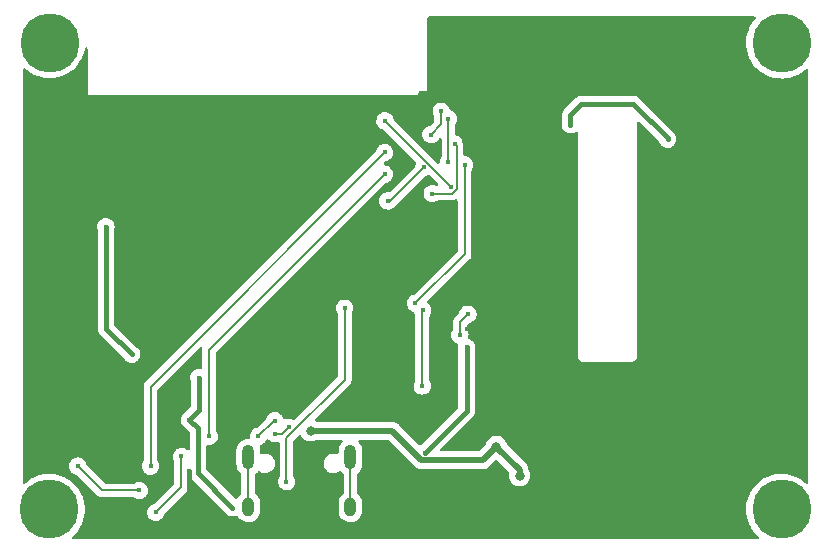
<source format=gbr>
%TF.GenerationSoftware,KiCad,Pcbnew,6.0.2+dfsg-1*%
%TF.CreationDate,2022-09-10T17:36:13-07:00*%
%TF.ProjectId,OpenHasp-1Gang,4f70656e-4861-4737-902d-3147616e672e,rev?*%
%TF.SameCoordinates,Original*%
%TF.FileFunction,Copper,L2,Bot*%
%TF.FilePolarity,Positive*%
%FSLAX46Y46*%
G04 Gerber Fmt 4.6, Leading zero omitted, Abs format (unit mm)*
G04 Created by KiCad (PCBNEW 6.0.2+dfsg-1) date 2022-09-10 17:36:13*
%MOMM*%
%LPD*%
G01*
G04 APERTURE LIST*
%TA.AperFunction,ComponentPad*%
%ADD10C,0.800000*%
%TD*%
%TA.AperFunction,ComponentPad*%
%ADD11C,5.000000*%
%TD*%
%TA.AperFunction,ComponentPad*%
%ADD12O,1.000000X1.600000*%
%TD*%
%TA.AperFunction,ComponentPad*%
%ADD13O,1.000000X2.100000*%
%TD*%
%TA.AperFunction,ViaPad*%
%ADD14C,0.800000*%
%TD*%
%TA.AperFunction,ViaPad*%
%ADD15C,0.450000*%
%TD*%
%TA.AperFunction,Conductor*%
%ADD16C,0.500000*%
%TD*%
%TA.AperFunction,Conductor*%
%ADD17C,0.381000*%
%TD*%
%TA.AperFunction,Conductor*%
%ADD18C,0.152400*%
%TD*%
G04 APERTURE END LIST*
D10*
%TO.P,H1,1*%
%TO.N,N/C*%
X85500000Y29875000D03*
X86825825Y29325825D03*
X83625000Y28000000D03*
X84174175Y29325825D03*
D11*
X85500000Y28000000D03*
D10*
X85500000Y26125000D03*
X87375000Y28000000D03*
X84174175Y26674175D03*
X86825825Y26674175D03*
%TD*%
%TO.P,H2,1*%
%TO.N,N/C*%
X145625000Y67500000D03*
X147500000Y65625000D03*
X146174175Y66174175D03*
X148825825Y66174175D03*
X147500000Y69375000D03*
D11*
X147500000Y67500000D03*
D10*
X149375000Y67500000D03*
X146174175Y68825825D03*
X148825825Y68825825D03*
%TD*%
%TO.P,H3,1*%
%TO.N,N/C*%
X86855825Y68855825D03*
X83655000Y67530000D03*
X86855825Y66204175D03*
D11*
X85530000Y67530000D03*
D10*
X87405000Y67530000D03*
X84204175Y68855825D03*
X85530000Y65655000D03*
X84204175Y66204175D03*
X85530000Y69405000D03*
%TD*%
%TO.P,H4,1*%
%TO.N,N/C*%
X147500000Y29875000D03*
D11*
X147500000Y28000000D03*
D10*
X146174175Y26674175D03*
X149375000Y28000000D03*
X147500000Y26125000D03*
X148825825Y26674175D03*
X148825825Y29325825D03*
X145625000Y28000000D03*
X146174175Y29325825D03*
%TD*%
D12*
%TO.P,J5,S1,SHIELD*%
%TO.N,unconnected-(J5-PadS1)*%
X110995000Y28225000D03*
D13*
X110995000Y32405000D03*
X102355000Y32405000D03*
D12*
X102355000Y28225000D03*
%TD*%
D14*
%TO.N,VBUS*%
X107648600Y34670400D03*
X123347500Y33320500D03*
X125309000Y30860400D03*
D15*
%TO.N,GND*%
X90878000Y53448000D03*
X95196000Y33890000D03*
X123890000Y65580000D03*
X128612000Y28240000D03*
X142186000Y42780000D03*
X100626200Y36803700D03*
X126700000Y31190000D03*
X123520000Y28830000D03*
X142694000Y45574000D03*
X113230000Y39224000D03*
X108280000Y56760000D03*
X89637300Y57789000D03*
X100680000Y33830000D03*
X126184000Y36176000D03*
X139844000Y45204200D03*
X94980000Y62750000D03*
X85544000Y46336000D03*
X109490000Y39820000D03*
X131320000Y65620000D03*
X114283700Y30310800D03*
X86052000Y38716000D03*
X106950000Y39450000D03*
X138360000Y62880000D03*
X109928000Y35668000D03*
X123490000Y36260000D03*
X119470000Y64090000D03*
X115870000Y35030000D03*
X118470000Y38410000D03*
X102890000Y49140000D03*
X98752000Y58274000D03*
X103923000Y54203000D03*
X120855000Y43250000D03*
X136710000Y58270000D03*
X110040000Y30170000D03*
X102308000Y34144000D03*
X129410000Y29140000D03*
X130430000Y36350000D03*
X110050000Y33750000D03*
X127962000Y31350000D03*
X116786000Y47606000D03*
X87068000Y39732000D03*
X108404000Y48876000D03*
X85290000Y50146000D03*
X109837900Y36673900D03*
X115262000Y28810000D03*
X136950000Y49000000D03*
X91386000Y45828000D03*
X107388000Y46844000D03*
X121273500Y46250000D03*
X136090000Y36176000D03*
X117920000Y34930000D03*
X119750000Y39580000D03*
X142590000Y47690000D03*
X131970000Y34490000D03*
X108050000Y61450000D03*
X141130000Y62490000D03*
X99768000Y32112000D03*
X101030000Y31270000D03*
X140408000Y35922000D03*
X95196000Y35668000D03*
X116544400Y36683500D03*
X140060400Y61028000D03*
X121273500Y47250000D03*
X118420000Y36650000D03*
X92656000Y34144000D03*
X108150000Y30334000D03*
X101220600Y38800400D03*
X100276000Y50400000D03*
X120638200Y59234700D03*
X114159300Y62091000D03*
X137614000Y32112000D03*
X137770000Y39700000D03*
X120746800Y28146500D03*
X121120600Y47793900D03*
X121230000Y29720000D03*
X116140000Y39910000D03*
X102709700Y36254900D03*
X118060000Y37820000D03*
X111860000Y29950000D03*
X91386000Y48114000D03*
X92656000Y35668000D03*
X115220000Y37970000D03*
X96388200Y61854700D03*
X116870000Y34190000D03*
X122110000Y39450000D03*
X87830000Y40748000D03*
X111370000Y39220000D03*
X133042000Y39478000D03*
X105510000Y46170000D03*
X85036000Y60306000D03*
X142186000Y39224000D03*
X100540000Y54220000D03*
X124910000Y33650000D03*
X97175600Y34345600D03*
X102562000Y61322000D03*
X89686600Y55736900D03*
X115830000Y30190000D03*
X110460000Y36260000D03*
X130520000Y32910000D03*
X97510000Y29620000D03*
X97405300Y45587700D03*
X93100000Y61700000D03*
X91386000Y44304000D03*
X95380000Y31110000D03*
X106626000Y52686000D03*
X142694000Y46590000D03*
X125920000Y28770000D03*
X85036000Y55480000D03*
X113100000Y29130000D03*
X104086000Y39478000D03*
X105386400Y54118100D03*
X102054000Y36938000D03*
X122260800Y35046200D03*
X142590000Y44040000D03*
X97310000Y31220000D03*
X128530000Y34790000D03*
X89100000Y42018000D03*
X110631800Y61854700D03*
X114094200Y28146500D03*
%TO.N,+3V3*%
X120842900Y41728800D03*
X117307800Y32804100D03*
X90293700Y51953800D03*
X97356800Y35601900D03*
X92477600Y41132300D03*
X100988100Y28146500D03*
X129603900Y60582400D03*
X98161600Y39150000D03*
X137849100Y59346300D03*
%TO.N,TFT_CS*%
X120653700Y57178100D03*
X116500500Y45460900D03*
%TO.N,DC_RS*%
X119293400Y57398500D03*
X119293400Y61087500D03*
%TO.N,SCK*%
X114155200Y54118100D03*
X117216500Y56963500D03*
%TO.N,SDI*%
X113919900Y60912000D03*
X119497000Y55334900D03*
%TO.N,LED_K2*%
X120252600Y42791200D03*
X120935600Y44526300D03*
%TO.N,SDA*%
X117922000Y54752800D03*
X119823900Y58934600D03*
%TO.N,SCL*%
X117806600Y59743000D03*
X118684400Y61712000D03*
%TO.N,D+*%
X105764400Y34968100D03*
X104621600Y34414700D03*
%TO.N,Net-(J5-PadA5)*%
X103201900Y34193500D03*
X104593400Y35518400D03*
%TO.N,Net-(Q1-Pad1)*%
X93132800Y29615300D03*
X87919300Y31671700D03*
%TO.N,DTR*%
X96680600Y32490200D03*
X94508100Y27749500D03*
%TO.N,IO0*%
X110502700Y45035700D03*
X105581000Y30360300D03*
%TO.N,Net-(Q3-Pad3)*%
X117109500Y44856700D03*
X117085500Y38459600D03*
%TO.N,Net-(R3-Pad2)*%
X94071300Y31671400D03*
X113884400Y58225700D03*
%TO.N,Net-(R4-Pad2)*%
X99029300Y34193500D03*
X113884400Y56396900D03*
%TD*%
D16*
%TO.N,VBUS*%
X107648600Y34670400D02*
X114516000Y34670400D01*
X125309000Y31359000D02*
X123347500Y33320500D01*
X122205700Y32178700D02*
X123347500Y33320500D01*
X117007700Y32178700D02*
X122205700Y32178700D01*
X114516000Y34670400D02*
X117007700Y32178700D01*
X125309000Y30860400D02*
X125309000Y31359000D01*
D17*
%TO.N,GND*%
X97310000Y29820000D02*
X97510000Y29620000D01*
X97310000Y31220000D02*
X97310000Y29820000D01*
%TO.N,+3V3*%
X90293700Y51953800D02*
X90293700Y43316200D01*
X120842900Y41728800D02*
X120842900Y36339200D01*
X98161600Y36406700D02*
X98161600Y39150000D01*
X129603900Y61396900D02*
X129603900Y60582400D01*
X98077300Y34881400D02*
X97356800Y35601900D01*
X137849100Y59435800D02*
X134936200Y62348700D01*
X130555700Y62348700D02*
X129603900Y61396900D01*
X97356800Y35601900D02*
X98161600Y36406700D01*
X90293700Y43316200D02*
X92477600Y41132300D01*
X100988100Y28146500D02*
X98077300Y31057300D01*
X134936200Y62348700D02*
X130555700Y62348700D01*
X137849100Y59346300D02*
X137849100Y59435800D01*
X120842900Y36339200D02*
X117307800Y32804100D01*
X98077300Y31057300D02*
X98077300Y34881400D01*
D18*
%TO.N,TFT_CS*%
X116500500Y45460900D02*
X120653700Y49614100D01*
X120653700Y49614100D02*
X120653700Y57178100D01*
%TO.N,DC_RS*%
X119293400Y57398500D02*
X119293400Y61087500D01*
%TO.N,SCK*%
X114371100Y54118100D02*
X117216500Y56963500D01*
X114155200Y54118100D02*
X114371100Y54118100D01*
%TO.N,SDI*%
X119497000Y55334900D02*
X113919900Y60912000D01*
%TO.N,LED_K2*%
X120252600Y43843300D02*
X120252600Y42791200D01*
X120935600Y44526300D02*
X120252600Y43843300D01*
%TO.N,SDA*%
X119564900Y54752800D02*
X117922000Y54752800D01*
X119977300Y58781200D02*
X119977300Y55165200D01*
X119823900Y58934600D02*
X119977300Y58781200D01*
X119977300Y55165200D02*
X119564900Y54752800D01*
%TO.N,SCL*%
X117806600Y59743000D02*
X118684400Y60620800D01*
X118684400Y60620800D02*
X118684400Y61712000D01*
%TO.N,D+*%
X105211000Y34414700D02*
X104621600Y34414700D01*
X105764400Y34968100D02*
X105211000Y34414700D01*
%TO.N,Net-(J5-PadA5)*%
X104526800Y35518400D02*
X104593400Y35518400D01*
X103201900Y34193500D02*
X104526800Y35518400D01*
%TO.N,Net-(Q1-Pad1)*%
X93132800Y29615300D02*
X89975700Y29615300D01*
X89975700Y29615300D02*
X87919300Y31671700D01*
%TO.N,DTR*%
X96680600Y29922000D02*
X94508100Y27749500D01*
X96680600Y32490200D02*
X96680600Y29922000D01*
%TO.N,IO0*%
X105581000Y34059200D02*
X110502700Y38980900D01*
X105581000Y30360300D02*
X105581000Y34059200D01*
X110502700Y38980900D02*
X110502700Y45035700D01*
%TO.N,Net-(Q3-Pad3)*%
X117085500Y44832700D02*
X117085500Y38459600D01*
X117109500Y44856700D02*
X117085500Y44832700D01*
%TO.N,Net-(R3-Pad2)*%
X113884400Y58225700D02*
X94071300Y38412600D01*
X94071300Y38412600D02*
X94071300Y31671400D01*
%TO.N,Net-(R4-Pad2)*%
X113884400Y56396900D02*
X99029300Y41541800D01*
X99029300Y41541800D02*
X99029300Y34193500D01*
%TO.N,unconnected-(J5-PadS1)*%
X110995000Y32405000D02*
X110995000Y28225000D01*
X102355000Y28225000D02*
X102355000Y32405000D01*
%TD*%
%TA.AperFunction,Conductor*%
%TO.N,GND*%
G36*
X145252110Y69721998D02*
G01*
X145298603Y69668342D01*
X145308707Y69598068D01*
X145279213Y69533488D01*
X145273550Y69527373D01*
X145242025Y69495516D01*
X145242016Y69495506D01*
X145239466Y69492929D01*
X145025386Y69219902D01*
X145023493Y69216813D01*
X145023491Y69216810D01*
X144995617Y69171324D01*
X144844105Y68924079D01*
X144842580Y68920794D01*
X144842578Y68920790D01*
X144731433Y68681347D01*
X144698027Y68609380D01*
X144589087Y68279977D01*
X144518730Y67940236D01*
X144487888Y67594659D01*
X144496970Y67247829D01*
X144545856Y66904340D01*
X144633897Y66568747D01*
X144759927Y66245497D01*
X144922275Y65938874D01*
X144924325Y65935891D01*
X144924327Y65935888D01*
X145116733Y65655936D01*
X145116739Y65655929D01*
X145118790Y65652944D01*
X145346866Y65391495D01*
X145382289Y65359263D01*
X145559268Y65198225D01*
X145603481Y65157994D01*
X145885233Y64955534D01*
X146188388Y64786800D01*
X146508928Y64654028D01*
X146512422Y64653033D01*
X146512424Y64653032D01*
X146839103Y64559975D01*
X146839108Y64559974D01*
X146842604Y64558978D01*
X147039304Y64526767D01*
X147181412Y64503496D01*
X147181419Y64503495D01*
X147184993Y64502910D01*
X147358275Y64494738D01*
X147527931Y64486737D01*
X147527932Y64486737D01*
X147531558Y64486566D01*
X147540415Y64487170D01*
X147874073Y64509916D01*
X147874081Y64509917D01*
X147877704Y64510164D01*
X147881279Y64510827D01*
X147881282Y64510827D01*
X148215279Y64572730D01*
X148215283Y64572731D01*
X148218844Y64573391D01*
X148550456Y64675408D01*
X148868145Y64814864D01*
X149112511Y64957659D01*
X149164560Y64988074D01*
X149164562Y64988075D01*
X149167700Y64989909D01*
X149210565Y65022093D01*
X149442244Y65196042D01*
X149442248Y65196045D01*
X149445151Y65198225D01*
X149490118Y65240897D01*
X149529267Y65278048D01*
X149592449Y65310430D01*
X149663108Y65303514D01*
X149718810Y65259494D01*
X149742000Y65186651D01*
X149742000Y30315039D01*
X149721998Y30246918D01*
X149668342Y30200425D01*
X149598068Y30190321D01*
X149534170Y30219228D01*
X149464494Y30278737D01*
X149322019Y30400422D01*
X149034047Y30593931D01*
X148725741Y30753060D01*
X148401189Y30875698D01*
X148397668Y30876582D01*
X148397663Y30876584D01*
X148217509Y30921835D01*
X148064692Y30960220D01*
X148042476Y30963145D01*
X147724315Y31005032D01*
X147724307Y31005033D01*
X147720711Y31005506D01*
X147576045Y31007779D01*
X147377446Y31010899D01*
X147377442Y31010899D01*
X147373804Y31010956D01*
X147370190Y31010595D01*
X147370184Y31010595D01*
X147126843Y30986306D01*
X147028569Y30976497D01*
X146689583Y30902586D01*
X146686156Y30901413D01*
X146686150Y30901411D01*
X146410831Y30807148D01*
X146361339Y30790203D01*
X146048188Y30640837D01*
X145754279Y30456468D01*
X145751443Y30454196D01*
X145751436Y30454191D01*
X145588252Y30323456D01*
X145483509Y30239541D01*
X145444525Y30200147D01*
X145324436Y30078793D01*
X145239466Y29992929D01*
X145237225Y29990071D01*
X145066107Y29771835D01*
X145025386Y29719902D01*
X145023493Y29716813D01*
X145023491Y29716810D01*
X144978925Y29644085D01*
X144844105Y29424079D01*
X144842580Y29420794D01*
X144842578Y29420790D01*
X144791692Y29311164D01*
X144698027Y29109380D01*
X144644223Y28946693D01*
X144621281Y28877321D01*
X144589087Y28779977D01*
X144588351Y28776422D01*
X144588350Y28776419D01*
X144570793Y28691640D01*
X144518730Y28440236D01*
X144487888Y28094659D01*
X144487983Y28091029D01*
X144487983Y28091028D01*
X144490367Y28000000D01*
X144496970Y27747829D01*
X144545856Y27404340D01*
X144633897Y27068747D01*
X144759927Y26745497D01*
X144761624Y26742292D01*
X144895113Y26490175D01*
X144922275Y26438874D01*
X144924325Y26435891D01*
X144924327Y26435888D01*
X145116733Y26155936D01*
X145116739Y26155929D01*
X145118790Y26152944D01*
X145346866Y25891495D01*
X145468799Y25780545D01*
X145527431Y25727194D01*
X145564354Y25666553D01*
X145562631Y25595578D01*
X145522809Y25536801D01*
X145457531Y25508884D01*
X145442632Y25508000D01*
X87560517Y25508000D01*
X87492396Y25528002D01*
X87445903Y25581658D01*
X87435799Y25651932D01*
X87465293Y25716512D01*
X87473784Y25725397D01*
X87475678Y25727194D01*
X87696819Y25937050D01*
X87919370Y26203217D01*
X88109853Y26493201D01*
X88238446Y26748879D01*
X88264117Y26799920D01*
X88264120Y26799928D01*
X88265744Y26803156D01*
X88364928Y27074187D01*
X88383729Y27125563D01*
X88383730Y27125567D01*
X88384977Y27128974D01*
X88385822Y27132496D01*
X88385825Y27132504D01*
X88465124Y27462809D01*
X88465125Y27462813D01*
X88465971Y27466338D01*
X88466408Y27469948D01*
X88507316Y27807996D01*
X88507316Y27808003D01*
X88507652Y27810775D01*
X88509569Y27871751D01*
X88513511Y27997203D01*
X88513599Y28000000D01*
X88508777Y28083630D01*
X88493836Y28342754D01*
X88493835Y28342759D01*
X88493627Y28346374D01*
X88471977Y28470422D01*
X88434600Y28684585D01*
X88434598Y28684592D01*
X88433976Y28688158D01*
X88422253Y28727736D01*
X88377754Y28877959D01*
X88335437Y29020820D01*
X88331725Y29029522D01*
X88200740Y29336614D01*
X88200738Y29336617D01*
X88199316Y29339952D01*
X88193461Y29350218D01*
X88029208Y29638184D01*
X88027417Y29641324D01*
X88023586Y29646540D01*
X87927348Y29777551D01*
X87822018Y29920940D01*
X87585842Y30175096D01*
X87322019Y30400422D01*
X87034047Y30593931D01*
X86725741Y30753060D01*
X86401189Y30875698D01*
X86397668Y30876582D01*
X86397663Y30876584D01*
X86217509Y30921835D01*
X86064692Y30960220D01*
X86042476Y30963145D01*
X85724315Y31005032D01*
X85724307Y31005033D01*
X85720711Y31005506D01*
X85576045Y31007779D01*
X85377446Y31010899D01*
X85377442Y31010899D01*
X85373804Y31010956D01*
X85370190Y31010595D01*
X85370184Y31010595D01*
X85126843Y30986306D01*
X85028569Y30976497D01*
X84689583Y30902586D01*
X84686156Y30901413D01*
X84686150Y30901411D01*
X84410831Y30807148D01*
X84361339Y30790203D01*
X84048188Y30640837D01*
X83754279Y30456468D01*
X83751443Y30454196D01*
X83751436Y30454191D01*
X83588252Y30323456D01*
X83483509Y30239541D01*
X83480901Y30236905D01*
X83473562Y30229489D01*
X83411429Y30195138D01*
X83340588Y30199831D01*
X83283530Y30242079D01*
X83258370Y30308468D01*
X83258000Y30318116D01*
X83258000Y31682006D01*
X87181231Y31682006D01*
X87197289Y31518232D01*
X87249232Y31362085D01*
X87252881Y31356060D01*
X87330753Y31227480D01*
X87334479Y31221327D01*
X87339370Y31216262D01*
X87339371Y31216261D01*
X87358037Y31196932D01*
X87448791Y31102953D01*
X87586489Y31012846D01*
X87740728Y30955485D01*
X87770748Y30951480D01*
X87776807Y30950671D01*
X87841684Y30921835D01*
X87849237Y30914873D01*
X88690314Y30073795D01*
X89529316Y29234793D01*
X89540183Y29222402D01*
X89558687Y29198287D01*
X89589351Y29174758D01*
X89589352Y29174757D01*
X89680827Y29104566D01*
X89823063Y29045650D01*
X89975700Y29025554D01*
X90005838Y29029522D01*
X90022285Y29030600D01*
X92649108Y29030600D01*
X92718101Y29010032D01*
X92799989Y28956446D01*
X92954228Y28899085D01*
X92961209Y28898154D01*
X92961211Y28898153D01*
X93110361Y28878252D01*
X93110365Y28878252D01*
X93117342Y28877321D01*
X93124353Y28877959D01*
X93124357Y28877959D01*
X93274203Y28891596D01*
X93274204Y28891596D01*
X93281224Y28892235D01*
X93321338Y28905269D01*
X93431030Y28940910D01*
X93431033Y28940911D01*
X93437729Y28943087D01*
X93579079Y29027349D01*
X93698249Y29140832D01*
X93720789Y29174757D01*
X93785414Y29272025D01*
X93785415Y29272027D01*
X93789315Y29277897D01*
X93847751Y29431732D01*
X93870653Y29594690D01*
X93870941Y29615300D01*
X93852598Y29778834D01*
X93798480Y29934240D01*
X93786588Y29953272D01*
X93715009Y30067821D01*
X93711276Y30073795D01*
X93621510Y30164190D01*
X93600286Y30185563D01*
X93600282Y30185566D01*
X93595322Y30190561D01*
X93456380Y30278737D01*
X93372886Y30308468D01*
X93307989Y30331577D01*
X93307987Y30331578D01*
X93301355Y30333939D01*
X93294369Y30334772D01*
X93294365Y30334773D01*
X93179871Y30348425D01*
X93137953Y30353423D01*
X93130950Y30352687D01*
X93130949Y30352687D01*
X93087735Y30348145D01*
X92974295Y30336222D01*
X92967627Y30333952D01*
X92825182Y30285460D01*
X92825179Y30285459D01*
X92818515Y30283190D01*
X92812520Y30279502D01*
X92812516Y30279500D01*
X92713659Y30218682D01*
X92647637Y30200000D01*
X90270081Y30200000D01*
X90201960Y30220002D01*
X90180986Y30236905D01*
X88736185Y31681706D01*
X93333231Y31681706D01*
X93349289Y31517932D01*
X93401232Y31361785D01*
X93404881Y31355760D01*
X93482650Y31227350D01*
X93486479Y31221027D01*
X93491370Y31215962D01*
X93491371Y31215961D01*
X93521301Y31184968D01*
X93600791Y31102653D01*
X93738489Y31012546D01*
X93892728Y30955185D01*
X93899709Y30954254D01*
X93899711Y30954253D01*
X94048861Y30934352D01*
X94048865Y30934352D01*
X94055842Y30933421D01*
X94062853Y30934059D01*
X94062857Y30934059D01*
X94212703Y30947696D01*
X94212704Y30947696D01*
X94219724Y30948335D01*
X94288368Y30970639D01*
X94369530Y30997010D01*
X94369533Y30997011D01*
X94376229Y30999187D01*
X94517579Y31083449D01*
X94636749Y31196932D01*
X94640927Y31203220D01*
X94723914Y31328125D01*
X94723915Y31328127D01*
X94727815Y31333997D01*
X94786251Y31487832D01*
X94800066Y31586129D01*
X94808602Y31646866D01*
X94808603Y31646873D01*
X94809153Y31650790D01*
X94809441Y31671400D01*
X94791098Y31834934D01*
X94788677Y31841888D01*
X94739298Y31983683D01*
X94736980Y31990340D01*
X94675146Y32089295D01*
X94656000Y32156065D01*
X94656000Y38118220D01*
X94676002Y38186341D01*
X94692905Y38207315D01*
X98239578Y41753988D01*
X98301890Y41788014D01*
X98372705Y41782949D01*
X98429541Y41740402D01*
X98454352Y41673882D01*
X98453595Y41648447D01*
X98445853Y41589639D01*
X98439555Y41541800D01*
X98440633Y41533612D01*
X98443522Y41511667D01*
X98444600Y41495221D01*
X98444600Y39996910D01*
X98424598Y39928789D01*
X98370942Y39882296D01*
X98303682Y39871796D01*
X98173747Y39887289D01*
X98166753Y39888123D01*
X98159750Y39887387D01*
X98159749Y39887387D01*
X98116535Y39882845D01*
X98003095Y39870922D01*
X97996427Y39868652D01*
X97853982Y39820160D01*
X97853979Y39820159D01*
X97847315Y39817890D01*
X97707155Y39731663D01*
X97589582Y39616527D01*
X97500438Y39478203D01*
X97498027Y39471580D01*
X97498026Y39471577D01*
X97446566Y39330191D01*
X97446565Y39330186D01*
X97444156Y39323568D01*
X97423531Y39160306D01*
X97439589Y38996532D01*
X97456159Y38946719D01*
X97462600Y38906951D01*
X97462600Y36748425D01*
X97442598Y36680304D01*
X97425695Y36659330D01*
X97036456Y36270091D01*
X97013383Y36251868D01*
X96982810Y36233059D01*
X96902355Y36183563D01*
X96882469Y36164089D01*
X96817088Y36100063D01*
X96784782Y36068427D01*
X96695638Y35930103D01*
X96693227Y35923480D01*
X96693226Y35923477D01*
X96641766Y35782091D01*
X96641765Y35782086D01*
X96639356Y35775468D01*
X96618731Y35612206D01*
X96634789Y35448432D01*
X96686732Y35292285D01*
X96690381Y35286260D01*
X96767265Y35159311D01*
X96771979Y35151527D01*
X96886291Y35033153D01*
X96892187Y35029295D01*
X97022152Y34944248D01*
X97042254Y34927911D01*
X97341395Y34628770D01*
X97375421Y34566458D01*
X97378300Y34539675D01*
X97378300Y33134335D01*
X97358298Y33066214D01*
X97304642Y33019721D01*
X97234368Y33009617D01*
X97169788Y33039111D01*
X97162895Y33045550D01*
X97148086Y33060462D01*
X97143122Y33065461D01*
X97004180Y33153637D01*
X96953835Y33171564D01*
X96855789Y33206477D01*
X96855787Y33206478D01*
X96849155Y33208839D01*
X96842169Y33209672D01*
X96842165Y33209673D01*
X96727671Y33223325D01*
X96685753Y33228323D01*
X96678750Y33227587D01*
X96678749Y33227587D01*
X96635535Y33223045D01*
X96522095Y33211122D01*
X96515427Y33208852D01*
X96372982Y33160360D01*
X96372979Y33160359D01*
X96366315Y33158090D01*
X96346195Y33145712D01*
X96241222Y33081132D01*
X96226155Y33071863D01*
X96108582Y32956727D01*
X96019438Y32818403D01*
X96017027Y32811780D01*
X96017026Y32811777D01*
X95965566Y32670391D01*
X95965565Y32670386D01*
X95963156Y32663768D01*
X95942531Y32500506D01*
X95958589Y32336732D01*
X96010532Y32180585D01*
X96014181Y32174560D01*
X96077676Y32069718D01*
X96095900Y32004446D01*
X96095900Y30216380D01*
X96075898Y30148259D01*
X96058995Y30127285D01*
X94439853Y28508143D01*
X94377541Y28474117D01*
X94363926Y28471928D01*
X94363264Y28471859D01*
X94356602Y28471159D01*
X94356597Y28471158D01*
X94349595Y28470422D01*
X94342927Y28468152D01*
X94200482Y28419660D01*
X94200479Y28419659D01*
X94193815Y28417390D01*
X94053655Y28331163D01*
X93936082Y28216027D01*
X93846938Y28077703D01*
X93844527Y28071080D01*
X93844526Y28071077D01*
X93793066Y27929691D01*
X93793065Y27929686D01*
X93790656Y27923068D01*
X93770031Y27759806D01*
X93786089Y27596032D01*
X93838032Y27439885D01*
X93846676Y27425613D01*
X93890971Y27352474D01*
X93923279Y27299127D01*
X94037591Y27180753D01*
X94175289Y27090646D01*
X94329528Y27033285D01*
X94336509Y27032354D01*
X94336511Y27032353D01*
X94485661Y27012452D01*
X94485665Y27012452D01*
X94492642Y27011521D01*
X94499653Y27012159D01*
X94499657Y27012159D01*
X94649503Y27025796D01*
X94649504Y27025796D01*
X94656524Y27026435D01*
X94685162Y27035740D01*
X94806330Y27075110D01*
X94806333Y27075111D01*
X94813029Y27077287D01*
X94954379Y27161549D01*
X95073549Y27275032D01*
X95089558Y27299127D01*
X95160714Y27406225D01*
X95160715Y27406227D01*
X95164615Y27412097D01*
X95223051Y27565932D01*
X95228897Y27607527D01*
X95258186Y27672201D01*
X95264576Y27679086D01*
X97061103Y29475613D01*
X97073495Y29486481D01*
X97091060Y29499959D01*
X97097613Y29504987D01*
X97102639Y29511537D01*
X97102643Y29511541D01*
X97171274Y29600984D01*
X97171275Y29600986D01*
X97186308Y29620577D01*
X97191334Y29627127D01*
X97195257Y29636596D01*
X97220434Y29697381D01*
X97247090Y29761734D01*
X97250250Y29769363D01*
X97265300Y29883679D01*
X97265300Y29883681D01*
X97268089Y29904861D01*
X97269267Y29913812D01*
X97270345Y29922000D01*
X97266378Y29952133D01*
X97265300Y29968579D01*
X97265300Y30596046D01*
X97285302Y30664167D01*
X97338958Y30710660D01*
X97409232Y30720764D01*
X97473812Y30691270D01*
X97491261Y30672752D01*
X97509564Y30648900D01*
X97513429Y30643580D01*
X97549121Y30591648D01*
X97554791Y30586596D01*
X97554792Y30586595D01*
X97594988Y30550782D01*
X97600264Y30545801D01*
X100320841Y27825224D01*
X100339522Y27801401D01*
X100387450Y27722264D01*
X100403279Y27696127D01*
X100517591Y27577753D01*
X100655289Y27487646D01*
X100809528Y27430285D01*
X100816509Y27429354D01*
X100816511Y27429353D01*
X100965661Y27409452D01*
X100965665Y27409452D01*
X100972642Y27408521D01*
X100979653Y27409159D01*
X100979657Y27409159D01*
X101129503Y27422796D01*
X101129504Y27422796D01*
X101136524Y27423435D01*
X101168609Y27433860D01*
X101286330Y27472110D01*
X101286333Y27472111D01*
X101293029Y27474287D01*
X101299077Y27477892D01*
X101299085Y27477896D01*
X101300395Y27478677D01*
X101301347Y27478922D01*
X101305498Y27480805D01*
X101305829Y27480076D01*
X101369150Y27496376D01*
X101436559Y27474092D01*
X101476161Y27429601D01*
X101508038Y27369649D01*
X101508041Y27369645D01*
X101510934Y27364204D01*
X101578873Y27280903D01*
X101632040Y27215713D01*
X101632043Y27215710D01*
X101635935Y27210938D01*
X101640682Y27207011D01*
X101640684Y27207009D01*
X101783575Y27088799D01*
X101783579Y27088797D01*
X101788325Y27084870D01*
X101962299Y26990802D01*
X102151232Y26932318D01*
X102157357Y26931674D01*
X102157358Y26931674D01*
X102341796Y26912289D01*
X102341798Y26912289D01*
X102347925Y26911645D01*
X102430424Y26919153D01*
X102538749Y26929011D01*
X102538752Y26929012D01*
X102544888Y26929570D01*
X102550794Y26931308D01*
X102550798Y26931309D01*
X102655924Y26962249D01*
X102734619Y26985410D01*
X102740077Y26988263D01*
X102740081Y26988265D01*
X102830891Y27035740D01*
X102909890Y27077040D01*
X103064025Y27200968D01*
X103191154Y27352474D01*
X103194121Y27357872D01*
X103194125Y27357877D01*
X103283467Y27520392D01*
X103286433Y27525787D01*
X103288846Y27533392D01*
X103344373Y27708436D01*
X103344373Y27708437D01*
X103346235Y27714306D01*
X103363500Y27868227D01*
X103363500Y28574769D01*
X103362814Y28581773D01*
X103352382Y28688158D01*
X103349080Y28721833D01*
X103332600Y28776419D01*
X103302135Y28877321D01*
X103291916Y28911169D01*
X103199066Y29085796D01*
X103126510Y29174758D01*
X103077960Y29234287D01*
X103077957Y29234290D01*
X103074065Y29239062D01*
X103067729Y29244304D01*
X102985385Y29312424D01*
X102945647Y29371258D01*
X102939700Y29409509D01*
X102939700Y30970639D01*
X102959702Y31038760D01*
X102986748Y31068836D01*
X102990062Y31071500D01*
X103064025Y31130968D01*
X103127733Y31206892D01*
X103186842Y31246219D01*
X103257830Y31247345D01*
X103300781Y31225999D01*
X103350678Y31187850D01*
X103435935Y31148094D01*
X103508631Y31114195D01*
X103508634Y31114194D01*
X103514808Y31111315D01*
X103521456Y31109829D01*
X103521459Y31109828D01*
X103617753Y31088304D01*
X103691543Y31071810D01*
X103697088Y31071500D01*
X103830244Y31071500D01*
X103965037Y31086143D01*
X104112280Y31135696D01*
X104130204Y31141728D01*
X104130206Y31141729D01*
X104136675Y31143906D01*
X104291905Y31237177D01*
X104296862Y31241865D01*
X104296865Y31241867D01*
X104418527Y31356918D01*
X104418529Y31356920D01*
X104423485Y31361607D01*
X104427317Y31367245D01*
X104427320Y31367249D01*
X104521442Y31505745D01*
X104525277Y31511388D01*
X104592530Y31679534D01*
X104593644Y31686262D01*
X104593645Y31686266D01*
X104620993Y31851461D01*
X104620993Y31851464D01*
X104622108Y31858198D01*
X104619746Y31903279D01*
X104612987Y32032234D01*
X104612630Y32039047D01*
X104598790Y32089295D01*
X104566352Y32207059D01*
X104564539Y32213641D01*
X104480078Y32373836D01*
X104475673Y32379049D01*
X104475670Y32379053D01*
X104367594Y32506943D01*
X104367590Y32506947D01*
X104363187Y32512157D01*
X104357762Y32516305D01*
X104224743Y32618006D01*
X104224739Y32618009D01*
X104219322Y32622150D01*
X104061478Y32695754D01*
X104061369Y32695805D01*
X104061366Y32695806D01*
X104055192Y32698685D01*
X104048544Y32700171D01*
X104048541Y32700172D01*
X103883494Y32737064D01*
X103883495Y32737064D01*
X103878457Y32738190D01*
X103872912Y32738500D01*
X103739756Y32738500D01*
X103604963Y32723857D01*
X103529688Y32698524D01*
X103458747Y32695754D01*
X103397568Y32731777D01*
X103365577Y32795158D01*
X103363500Y32817943D01*
X103363500Y33004769D01*
X103362814Y33011773D01*
X103356012Y33081132D01*
X103349080Y33151833D01*
X103331180Y33211122D01*
X103297256Y33323483D01*
X103296715Y33394478D01*
X103334643Y33454494D01*
X103378941Y33479733D01*
X103441508Y33500063D01*
X103500130Y33519110D01*
X103500133Y33519111D01*
X103506829Y33521287D01*
X103648179Y33605549D01*
X103767349Y33719032D01*
X103786363Y33747650D01*
X103854514Y33850225D01*
X103854515Y33850227D01*
X103858415Y33856097D01*
X103867772Y33880729D01*
X103910661Y33937305D01*
X103977330Y33961714D01*
X104046611Y33946204D01*
X104076196Y33923509D01*
X104146193Y33851024D01*
X104146198Y33851020D01*
X104151091Y33845953D01*
X104288789Y33755846D01*
X104443028Y33698485D01*
X104450009Y33697554D01*
X104450011Y33697553D01*
X104599161Y33677652D01*
X104599165Y33677652D01*
X104606142Y33676721D01*
X104613153Y33677359D01*
X104613157Y33677359D01*
X104763003Y33690996D01*
X104763004Y33690996D01*
X104770024Y33691635D01*
X104831365Y33711566D01*
X104902331Y33713594D01*
X104963129Y33676932D01*
X104994454Y33613220D01*
X104996300Y33591733D01*
X104996300Y30844232D01*
X104976211Y30775976D01*
X104919838Y30688503D01*
X104910981Y30664167D01*
X104865966Y30540491D01*
X104865965Y30540486D01*
X104863556Y30533868D01*
X104842931Y30370606D01*
X104858989Y30206832D01*
X104910932Y30050685D01*
X104914581Y30044660D01*
X104947642Y29990071D01*
X104996179Y29909927D01*
X105110491Y29791553D01*
X105248189Y29701446D01*
X105402428Y29644085D01*
X105409409Y29643154D01*
X105409411Y29643153D01*
X105558561Y29623252D01*
X105558565Y29623252D01*
X105565542Y29622321D01*
X105572553Y29622959D01*
X105572557Y29622959D01*
X105722403Y29636596D01*
X105722404Y29636596D01*
X105729424Y29637235D01*
X105758062Y29646540D01*
X105879230Y29685910D01*
X105879233Y29685911D01*
X105885929Y29688087D01*
X106027279Y29772349D01*
X106146449Y29885832D01*
X106165039Y29913812D01*
X106233614Y30017025D01*
X106233615Y30017027D01*
X106237515Y30022897D01*
X106295951Y30176732D01*
X106315882Y30318548D01*
X106318302Y30335766D01*
X106318303Y30335773D01*
X106318853Y30339690D01*
X106319141Y30360300D01*
X106300798Y30523834D01*
X106294998Y30540491D01*
X106251929Y30664167D01*
X106246680Y30679240D01*
X106184846Y30778195D01*
X106165700Y30844965D01*
X106165700Y33764820D01*
X106185702Y33832941D01*
X106202605Y33853915D01*
X106637004Y34288314D01*
X106699316Y34322340D01*
X106770131Y34317275D01*
X106826967Y34274728D01*
X106835218Y34262219D01*
X106906258Y34139174D01*
X106906261Y34139169D01*
X106909560Y34133456D01*
X107037347Y33991534D01*
X107069250Y33968355D01*
X107186504Y33883165D01*
X107191848Y33879282D01*
X107197876Y33876598D01*
X107197878Y33876597D01*
X107356863Y33805813D01*
X107366312Y33801606D01*
X107448770Y33784079D01*
X107546656Y33763272D01*
X107546661Y33763272D01*
X107553113Y33761900D01*
X107744087Y33761900D01*
X107750539Y33763272D01*
X107750544Y33763272D01*
X107848430Y33784079D01*
X107930888Y33801606D01*
X107940337Y33805813D01*
X108099322Y33876597D01*
X108099324Y33876598D01*
X108105352Y33879282D01*
X108110691Y33883161D01*
X108110698Y33883165D01*
X108117128Y33887837D01*
X108191187Y33911900D01*
X110217809Y33911900D01*
X110285930Y33891898D01*
X110332423Y33838242D01*
X110342527Y33767968D01*
X110313033Y33703388D01*
X110296762Y33687705D01*
X110285975Y33679032D01*
X110158846Y33527526D01*
X110155879Y33522128D01*
X110155875Y33522123D01*
X110095010Y33411408D01*
X110063567Y33354213D01*
X110061706Y33348346D01*
X110061705Y33348344D01*
X110017451Y33208839D01*
X110003765Y33165694D01*
X109986500Y33011773D01*
X109986500Y32822138D01*
X109966498Y32754017D01*
X109912842Y32707524D01*
X109842568Y32697420D01*
X109833014Y32699172D01*
X109663494Y32737064D01*
X109663495Y32737064D01*
X109658457Y32738190D01*
X109652912Y32738500D01*
X109519756Y32738500D01*
X109384963Y32723857D01*
X109266810Y32684094D01*
X109219796Y32668272D01*
X109219794Y32668271D01*
X109213325Y32666094D01*
X109058095Y32572823D01*
X109053138Y32568135D01*
X109053135Y32568133D01*
X108931473Y32453082D01*
X108926515Y32448393D01*
X108922683Y32442755D01*
X108922680Y32442751D01*
X108846979Y32331360D01*
X108824723Y32298612D01*
X108757470Y32130466D01*
X108756356Y32123738D01*
X108756355Y32123734D01*
X108733170Y31983683D01*
X108727892Y31951802D01*
X108728249Y31944985D01*
X108728249Y31944981D01*
X108734001Y31835234D01*
X108737370Y31770953D01*
X108739181Y31764380D01*
X108739181Y31764377D01*
X108780702Y31613636D01*
X108785461Y31596359D01*
X108869922Y31436164D01*
X108874327Y31430951D01*
X108874330Y31430947D01*
X108982406Y31303057D01*
X108982410Y31303053D01*
X108986813Y31297843D01*
X108992237Y31293696D01*
X108992238Y31293695D01*
X109125257Y31191994D01*
X109125261Y31191991D01*
X109130678Y31187850D01*
X109215935Y31148094D01*
X109288631Y31114195D01*
X109288634Y31114194D01*
X109294808Y31111315D01*
X109301456Y31109829D01*
X109301459Y31109828D01*
X109397753Y31088304D01*
X109471543Y31071810D01*
X109477088Y31071500D01*
X109610244Y31071500D01*
X109745037Y31086143D01*
X109892280Y31135696D01*
X109910204Y31141728D01*
X109910206Y31141729D01*
X109916675Y31143906D01*
X109989811Y31187850D01*
X110062602Y31231587D01*
X110131294Y31249527D01*
X110198781Y31227480D01*
X110225139Y31203220D01*
X110272040Y31145713D01*
X110272043Y31145710D01*
X110275935Y31140938D01*
X110280682Y31137011D01*
X110280684Y31137009D01*
X110321851Y31102953D01*
X110359872Y31071500D01*
X110364615Y31067576D01*
X110404353Y31008742D01*
X110410300Y30970491D01*
X110410300Y29409361D01*
X110390298Y29341240D01*
X110363253Y29311165D01*
X110285975Y29249032D01*
X110158846Y29097526D01*
X110155879Y29092128D01*
X110155875Y29092123D01*
X110114760Y29017334D01*
X110063567Y28924213D01*
X110061706Y28918346D01*
X110061705Y28918344D01*
X110055596Y28899085D01*
X110003765Y28735694D01*
X109986500Y28581773D01*
X109986500Y27875231D01*
X109986800Y27872175D01*
X109986800Y27872168D01*
X109987530Y27864727D01*
X110000920Y27728167D01*
X110058084Y27538831D01*
X110150934Y27364204D01*
X110218873Y27280903D01*
X110272040Y27215713D01*
X110272043Y27215710D01*
X110275935Y27210938D01*
X110280682Y27207011D01*
X110280684Y27207009D01*
X110423575Y27088799D01*
X110423579Y27088797D01*
X110428325Y27084870D01*
X110602299Y26990802D01*
X110791232Y26932318D01*
X110797357Y26931674D01*
X110797358Y26931674D01*
X110981796Y26912289D01*
X110981798Y26912289D01*
X110987925Y26911645D01*
X111070424Y26919153D01*
X111178749Y26929011D01*
X111178752Y26929012D01*
X111184888Y26929570D01*
X111190794Y26931308D01*
X111190798Y26931309D01*
X111295924Y26962249D01*
X111374619Y26985410D01*
X111380077Y26988263D01*
X111380081Y26988265D01*
X111470891Y27035740D01*
X111549890Y27077040D01*
X111704025Y27200968D01*
X111831154Y27352474D01*
X111834121Y27357872D01*
X111834125Y27357877D01*
X111923467Y27520392D01*
X111926433Y27525787D01*
X111928846Y27533392D01*
X111984373Y27708436D01*
X111984373Y27708437D01*
X111986235Y27714306D01*
X112003500Y27868227D01*
X112003500Y28574769D01*
X112002814Y28581773D01*
X111992382Y28688158D01*
X111989080Y28721833D01*
X111972600Y28776419D01*
X111942135Y28877321D01*
X111931916Y28911169D01*
X111839066Y29085796D01*
X111766510Y29174758D01*
X111717960Y29234287D01*
X111717957Y29234290D01*
X111714065Y29239062D01*
X111707729Y29244304D01*
X111625385Y29312424D01*
X111585647Y29371258D01*
X111579700Y29409509D01*
X111579700Y30970639D01*
X111599702Y31038760D01*
X111626748Y31068836D01*
X111630062Y31071500D01*
X111704025Y31130968D01*
X111831154Y31282474D01*
X111834121Y31287872D01*
X111834125Y31287877D01*
X111923467Y31450392D01*
X111926433Y31455787D01*
X111928846Y31463392D01*
X111984373Y31638436D01*
X111984373Y31638437D01*
X111986235Y31644306D01*
X112003500Y31798227D01*
X112003500Y33004769D01*
X112002814Y33011773D01*
X111996012Y33081132D01*
X111989080Y33151833D01*
X111931916Y33341169D01*
X111839066Y33515796D01*
X111759609Y33613220D01*
X111717960Y33664287D01*
X111717957Y33664290D01*
X111714065Y33669062D01*
X111709318Y33672989D01*
X111709315Y33672992D01*
X111690187Y33688816D01*
X111650449Y33747650D01*
X111648828Y33818628D01*
X111685837Y33879215D01*
X111749727Y33910175D01*
X111770503Y33911900D01*
X114149629Y33911900D01*
X114217750Y33891898D01*
X114238724Y33874995D01*
X116423930Y31689789D01*
X116436316Y31675377D01*
X116444849Y31663782D01*
X116444854Y31663777D01*
X116449192Y31657882D01*
X116454770Y31653143D01*
X116454773Y31653140D01*
X116489468Y31623665D01*
X116496984Y31616735D01*
X116502679Y31611040D01*
X116505561Y31608760D01*
X116524951Y31593419D01*
X116528355Y31590628D01*
X116578403Y31548109D01*
X116583985Y31543367D01*
X116590501Y31540039D01*
X116595550Y31536672D01*
X116600679Y31533505D01*
X116606416Y31528966D01*
X116672575Y31498045D01*
X116676469Y31496142D01*
X116741508Y31462931D01*
X116748616Y31461192D01*
X116754259Y31459093D01*
X116760022Y31457176D01*
X116766650Y31454078D01*
X116773812Y31452588D01*
X116773813Y31452588D01*
X116838112Y31439214D01*
X116842396Y31438244D01*
X116913310Y31420892D01*
X116918912Y31420544D01*
X116918915Y31420544D01*
X116924464Y31420200D01*
X116924462Y31420164D01*
X116928455Y31419925D01*
X116932647Y31419551D01*
X116939815Y31418060D01*
X117017220Y31420154D01*
X117020628Y31420200D01*
X122138630Y31420200D01*
X122157580Y31418767D01*
X122171815Y31416601D01*
X122171819Y31416601D01*
X122179049Y31415501D01*
X122186341Y31416094D01*
X122186344Y31416094D01*
X122231718Y31419785D01*
X122241933Y31420200D01*
X122249993Y31420200D01*
X122267380Y31422227D01*
X122278207Y31423489D01*
X122282582Y31423922D01*
X122348039Y31429246D01*
X122348042Y31429247D01*
X122355337Y31429840D01*
X122362301Y31432096D01*
X122368260Y31433287D01*
X122374115Y31434671D01*
X122381381Y31435518D01*
X122450027Y31460435D01*
X122454155Y31461852D01*
X122516636Y31482093D01*
X122516638Y31482094D01*
X122523599Y31484349D01*
X122529854Y31488145D01*
X122535328Y31490651D01*
X122540758Y31493370D01*
X122547637Y31495867D01*
X122555985Y31501340D01*
X122608676Y31535886D01*
X122612380Y31538223D01*
X122674807Y31576105D01*
X122683184Y31583503D01*
X122683208Y31583476D01*
X122686200Y31586129D01*
X122689433Y31588832D01*
X122695552Y31592844D01*
X122748828Y31649083D01*
X122751206Y31651525D01*
X123258405Y32158724D01*
X123320717Y32192750D01*
X123391532Y32187685D01*
X123436595Y32158724D01*
X124392626Y31202693D01*
X124426652Y31140381D01*
X124423365Y31074663D01*
X124415458Y31050328D01*
X124414768Y31043765D01*
X124414767Y31043758D01*
X124403238Y30934059D01*
X124395496Y30860400D01*
X124396186Y30853835D01*
X124412474Y30698867D01*
X124415458Y30670472D01*
X124474473Y30488844D01*
X124569960Y30323456D01*
X124574378Y30318549D01*
X124574379Y30318548D01*
X124680737Y30200425D01*
X124697747Y30181534D01*
X124852248Y30069282D01*
X124858276Y30066598D01*
X124858278Y30066597D01*
X124981674Y30011658D01*
X125026712Y29991606D01*
X125120113Y29971753D01*
X125207056Y29953272D01*
X125207061Y29953272D01*
X125213513Y29951900D01*
X125404487Y29951900D01*
X125410939Y29953272D01*
X125410944Y29953272D01*
X125497887Y29971753D01*
X125591288Y29991606D01*
X125636326Y30011658D01*
X125759722Y30066597D01*
X125759724Y30066598D01*
X125765752Y30069282D01*
X125920253Y30181534D01*
X125937263Y30200425D01*
X126043621Y30318548D01*
X126043622Y30318549D01*
X126048040Y30323456D01*
X126143527Y30488844D01*
X126202542Y30670472D01*
X126205527Y30698867D01*
X126221814Y30853835D01*
X126222504Y30860400D01*
X126214762Y30934059D01*
X126203232Y31043765D01*
X126203232Y31043767D01*
X126202542Y31050328D01*
X126143527Y31231956D01*
X126134642Y31247345D01*
X126084381Y31334400D01*
X126067877Y31395992D01*
X126067712Y31395982D01*
X126067665Y31396782D01*
X126067500Y31397400D01*
X126067500Y31403293D01*
X126065779Y31418060D01*
X126065293Y31422227D01*
X126064209Y31431520D01*
X126063778Y31435879D01*
X126063755Y31436164D01*
X126057860Y31508636D01*
X126055605Y31515597D01*
X126054418Y31521537D01*
X126053029Y31527412D01*
X126052182Y31534681D01*
X126027264Y31603330D01*
X126025847Y31607458D01*
X126005607Y31669936D01*
X126005606Y31669938D01*
X126003351Y31676899D01*
X125999555Y31683154D01*
X125997049Y31688628D01*
X125994330Y31694058D01*
X125991833Y31700937D01*
X125987820Y31707058D01*
X125951814Y31761976D01*
X125949467Y31765695D01*
X125911595Y31828107D01*
X125904197Y31836484D01*
X125904224Y31836508D01*
X125901571Y31839500D01*
X125898868Y31842733D01*
X125894856Y31848852D01*
X125838617Y31902128D01*
X125836175Y31904506D01*
X124267625Y33473056D01*
X124236887Y33523215D01*
X124233951Y33532253D01*
X124182027Y33692056D01*
X124175485Y33703388D01*
X124116349Y33805813D01*
X124086540Y33857444D01*
X123986676Y33968355D01*
X123963175Y33994455D01*
X123963174Y33994456D01*
X123958753Y33999366D01*
X123804252Y34111618D01*
X123798224Y34114302D01*
X123798222Y34114303D01*
X123635819Y34186609D01*
X123635818Y34186609D01*
X123629788Y34189294D01*
X123528611Y34210800D01*
X123449444Y34227628D01*
X123449439Y34227628D01*
X123442987Y34229000D01*
X123252013Y34229000D01*
X123245561Y34227628D01*
X123245556Y34227628D01*
X123166389Y34210800D01*
X123065212Y34189294D01*
X123059182Y34186609D01*
X123059181Y34186609D01*
X122896778Y34114303D01*
X122896776Y34114302D01*
X122890748Y34111618D01*
X122736247Y33999366D01*
X122731826Y33994456D01*
X122731825Y33994455D01*
X122708325Y33968355D01*
X122608460Y33857444D01*
X122578651Y33805813D01*
X122519516Y33703388D01*
X122512973Y33692056D01*
X122461050Y33532253D01*
X122458113Y33523215D01*
X122427375Y33473056D01*
X121928424Y32974105D01*
X121866112Y32940079D01*
X121839329Y32937200D01*
X118733625Y32937200D01*
X118665504Y32957202D01*
X118619011Y33010858D01*
X118608907Y33081132D01*
X118638401Y33145712D01*
X118644530Y33152295D01*
X121316938Y35824703D01*
X121323204Y35830557D01*
X121323348Y35830683D01*
X121366174Y35868042D01*
X121402402Y35919590D01*
X121406335Y35924884D01*
X121410427Y35930103D01*
X121445191Y35974439D01*
X121448317Y35981363D01*
X121450164Y35984412D01*
X121457389Y35997078D01*
X121459086Y36000243D01*
X121463456Y36006461D01*
X121486356Y36065196D01*
X121488883Y36071209D01*
X121514812Y36128635D01*
X121516196Y36136103D01*
X121517264Y36139511D01*
X121521264Y36153550D01*
X121522153Y36157014D01*
X121524912Y36164089D01*
X121525904Y36171621D01*
X121533135Y36226545D01*
X121534167Y36233059D01*
X121544260Y36287517D01*
X121544260Y36287520D01*
X121545644Y36294986D01*
X121542109Y36356295D01*
X121541900Y36363547D01*
X121541900Y41480116D01*
X121550112Y41524857D01*
X121557851Y41545232D01*
X121572357Y41648447D01*
X121580202Y41704266D01*
X121580203Y41704273D01*
X121580753Y41708190D01*
X121581041Y41728800D01*
X121562698Y41892334D01*
X121508580Y42047740D01*
X121491556Y42074985D01*
X121425109Y42181321D01*
X121421376Y42187295D01*
X121363399Y42245678D01*
X121310386Y42299063D01*
X121310382Y42299066D01*
X121305422Y42304061D01*
X121166480Y42392237D01*
X121040392Y42437135D01*
X120982928Y42478829D01*
X120957128Y42544972D01*
X120963963Y42594055D01*
X120963298Y42594226D01*
X120964802Y42600084D01*
X120964871Y42600578D01*
X120965050Y42601049D01*
X120967551Y42607632D01*
X120990453Y42770590D01*
X120990741Y42791200D01*
X120972398Y42954734D01*
X120966598Y42971391D01*
X120920598Y43103483D01*
X120918280Y43110140D01*
X120856446Y43209095D01*
X120837300Y43275865D01*
X120837300Y43548920D01*
X120857302Y43617041D01*
X120874205Y43638015D01*
X121002708Y43766518D01*
X121065020Y43800544D01*
X121072908Y43801756D01*
X121077000Y43802596D01*
X121084024Y43803235D01*
X121114591Y43813167D01*
X121233830Y43851910D01*
X121233833Y43851911D01*
X121240529Y43854087D01*
X121381879Y43938349D01*
X121501049Y44051832D01*
X121504950Y44057703D01*
X121588214Y44183025D01*
X121588215Y44183027D01*
X121592115Y44188897D01*
X121650551Y44342732D01*
X121673453Y44505690D01*
X121673741Y44526300D01*
X121655398Y44689834D01*
X121649598Y44706491D01*
X121616322Y44802046D01*
X121601280Y44845240D01*
X121596974Y44852132D01*
X121517809Y44978821D01*
X121514076Y44984795D01*
X121446345Y45053000D01*
X121403086Y45096563D01*
X121403082Y45096566D01*
X121398122Y45101561D01*
X121259180Y45189737D01*
X121185731Y45215891D01*
X121110789Y45242577D01*
X121110787Y45242578D01*
X121104155Y45244939D01*
X121097169Y45245772D01*
X121097165Y45245773D01*
X120982671Y45259425D01*
X120940753Y45264423D01*
X120933750Y45263687D01*
X120933749Y45263687D01*
X120890535Y45259145D01*
X120777095Y45247222D01*
X120770427Y45244952D01*
X120627982Y45196460D01*
X120627979Y45196459D01*
X120621315Y45194190D01*
X120481155Y45107963D01*
X120469514Y45096563D01*
X120381657Y45010527D01*
X120363582Y44992827D01*
X120274438Y44854503D01*
X120272027Y44847880D01*
X120272026Y44847877D01*
X120220566Y44706491D01*
X120220565Y44706486D01*
X120218156Y44699868D01*
X120214291Y44669273D01*
X120185909Y44604196D01*
X120178380Y44595970D01*
X119872097Y44289687D01*
X119859706Y44278820D01*
X119835587Y44260313D01*
X119801589Y44216005D01*
X119741866Y44138173D01*
X119733809Y44118721D01*
X119682950Y43995937D01*
X119668111Y43883224D01*
X119662855Y43843300D01*
X119663933Y43835112D01*
X119666822Y43813167D01*
X119667900Y43796721D01*
X119667900Y43275132D01*
X119647811Y43206876D01*
X119591438Y43119403D01*
X119589027Y43112778D01*
X119537566Y42971391D01*
X119537565Y42971386D01*
X119535156Y42964768D01*
X119514531Y42801506D01*
X119530589Y42637732D01*
X119582532Y42481585D01*
X119586181Y42475560D01*
X119636644Y42392237D01*
X119667779Y42340827D01*
X119782091Y42222453D01*
X119919789Y42132346D01*
X119926390Y42129891D01*
X119926400Y42129886D01*
X120057386Y42081173D01*
X120114262Y42038681D01*
X120139136Y41972184D01*
X120131867Y41919983D01*
X120125456Y41902368D01*
X120104831Y41739106D01*
X120120889Y41575332D01*
X120137459Y41525519D01*
X120143900Y41485751D01*
X120143900Y36680926D01*
X120123898Y36612805D01*
X120106995Y36591831D01*
X116987456Y33472291D01*
X116964386Y33454070D01*
X116950470Y33445509D01*
X116881970Y33426849D01*
X116814255Y33448186D01*
X116795351Y33463730D01*
X115099770Y35159311D01*
X115087384Y35173723D01*
X115078851Y35185318D01*
X115078846Y35185323D01*
X115074508Y35191218D01*
X115068930Y35195957D01*
X115068927Y35195960D01*
X115034232Y35225435D01*
X115026716Y35232365D01*
X115021021Y35238060D01*
X115014880Y35242918D01*
X114998749Y35255681D01*
X114995345Y35258472D01*
X114945297Y35300991D01*
X114945295Y35300992D01*
X114939715Y35305733D01*
X114933199Y35309061D01*
X114928150Y35312428D01*
X114923021Y35315595D01*
X114917284Y35320134D01*
X114851125Y35351055D01*
X114847225Y35352961D01*
X114782192Y35386169D01*
X114775084Y35387908D01*
X114769441Y35390007D01*
X114763678Y35391924D01*
X114757050Y35395022D01*
X114685583Y35409887D01*
X114681299Y35410857D01*
X114610390Y35428208D01*
X114604788Y35428556D01*
X114604785Y35428556D01*
X114599236Y35428900D01*
X114599238Y35428936D01*
X114595245Y35429175D01*
X114591053Y35429549D01*
X114583885Y35431040D01*
X114517675Y35429249D01*
X114506479Y35428946D01*
X114503072Y35428900D01*
X108191187Y35428900D01*
X108117128Y35452963D01*
X108110698Y35457635D01*
X108110691Y35457639D01*
X108105352Y35461518D01*
X108099326Y35464201D01*
X108099319Y35464205D01*
X108068614Y35477875D01*
X108014518Y35523855D01*
X107993868Y35591782D01*
X108013220Y35660090D01*
X108030767Y35682077D01*
X110883203Y38534513D01*
X110895595Y38545381D01*
X110913163Y38558861D01*
X110919713Y38563887D01*
X110979277Y38641514D01*
X111013434Y38686027D01*
X111072350Y38828263D01*
X111092446Y38980900D01*
X111088478Y39011038D01*
X111087400Y39027485D01*
X111087400Y44552166D01*
X111108451Y44621892D01*
X111159215Y44698297D01*
X111217651Y44852132D01*
X111235456Y44978821D01*
X111240002Y45011166D01*
X111240003Y45011173D01*
X111240553Y45015090D01*
X111240841Y45035700D01*
X111222498Y45199234D01*
X111216698Y45215891D01*
X111187147Y45300747D01*
X111168380Y45354640D01*
X111123188Y45426963D01*
X111084909Y45488221D01*
X111081176Y45494195D01*
X111023199Y45552578D01*
X110970186Y45605963D01*
X110970182Y45605966D01*
X110965222Y45610961D01*
X110826280Y45699137D01*
X110777147Y45716632D01*
X110677889Y45751977D01*
X110677887Y45751978D01*
X110671255Y45754339D01*
X110664269Y45755172D01*
X110664265Y45755173D01*
X110549771Y45768825D01*
X110507853Y45773823D01*
X110500850Y45773087D01*
X110500849Y45773087D01*
X110457635Y45768545D01*
X110344195Y45756622D01*
X110337527Y45754352D01*
X110195082Y45705860D01*
X110195079Y45705859D01*
X110188415Y45703590D01*
X110048255Y45617363D01*
X109930682Y45502227D01*
X109841538Y45363903D01*
X109839127Y45357280D01*
X109839126Y45357277D01*
X109787666Y45215891D01*
X109787665Y45215886D01*
X109785256Y45209268D01*
X109764631Y45046006D01*
X109780689Y44882232D01*
X109832632Y44726085D01*
X109836281Y44720060D01*
X109899776Y44615218D01*
X109918000Y44549946D01*
X109918000Y39275280D01*
X109897998Y39207159D01*
X109881095Y39186185D01*
X106305244Y35610334D01*
X106242932Y35576308D01*
X106172117Y35581373D01*
X106148638Y35593042D01*
X106087980Y35631537D01*
X106007794Y35660090D01*
X105939589Y35684377D01*
X105939587Y35684378D01*
X105932955Y35686739D01*
X105925969Y35687572D01*
X105925965Y35687573D01*
X105811471Y35701225D01*
X105769553Y35706223D01*
X105762550Y35705487D01*
X105762549Y35705487D01*
X105721429Y35701165D01*
X105605895Y35689022D01*
X105592251Y35684377D01*
X105460461Y35639512D01*
X105389528Y35636494D01*
X105328224Y35672304D01*
X105300864Y35717353D01*
X105278320Y35782091D01*
X105259080Y35837340D01*
X105205256Y35923477D01*
X105175609Y35970921D01*
X105171876Y35976895D01*
X105113899Y36035278D01*
X105060886Y36088663D01*
X105060882Y36088666D01*
X105055922Y36093661D01*
X104916980Y36181837D01*
X104791426Y36226545D01*
X104768589Y36234677D01*
X104768587Y36234678D01*
X104761955Y36237039D01*
X104754969Y36237872D01*
X104754965Y36237873D01*
X104637592Y36251868D01*
X104598553Y36256523D01*
X104591550Y36255787D01*
X104591549Y36255787D01*
X104554263Y36251868D01*
X104434895Y36239322D01*
X104428227Y36237052D01*
X104285782Y36188560D01*
X104285779Y36188559D01*
X104279115Y36186290D01*
X104138955Y36100063D01*
X104106447Y36068229D01*
X104050598Y36013537D01*
X104021382Y35984927D01*
X103932238Y35846603D01*
X103908758Y35782091D01*
X103886928Y35722114D01*
X103857623Y35676114D01*
X103493333Y35311823D01*
X103133653Y34952143D01*
X103071340Y34918118D01*
X103057726Y34915928D01*
X103043395Y34914422D01*
X103036727Y34912152D01*
X102894282Y34863660D01*
X102894279Y34863659D01*
X102887615Y34861390D01*
X102747455Y34775163D01*
X102629882Y34660027D01*
X102540738Y34521703D01*
X102538327Y34515080D01*
X102538326Y34515077D01*
X102486866Y34373691D01*
X102486865Y34373686D01*
X102484456Y34367068D01*
X102463831Y34203806D01*
X102465230Y34189538D01*
X102473431Y34105892D01*
X102460171Y34036144D01*
X102411308Y33984638D01*
X102359452Y33968116D01*
X102289103Y33961714D01*
X102171252Y33950989D01*
X102171250Y33950989D01*
X102165112Y33950430D01*
X102159206Y33948692D01*
X102159202Y33948691D01*
X102120516Y33937305D01*
X101975381Y33894590D01*
X101969923Y33891737D01*
X101969919Y33891735D01*
X101901751Y33856097D01*
X101800110Y33802960D01*
X101645975Y33679032D01*
X101518846Y33527526D01*
X101515879Y33522128D01*
X101515875Y33522123D01*
X101455010Y33411408D01*
X101423567Y33354213D01*
X101421706Y33348346D01*
X101421705Y33348344D01*
X101377451Y33208839D01*
X101363765Y33165694D01*
X101346500Y33011773D01*
X101346500Y31805231D01*
X101346800Y31802175D01*
X101346800Y31802168D01*
X101350506Y31764377D01*
X101360920Y31658167D01*
X101362702Y31652266D01*
X101362702Y31652264D01*
X101375837Y31608760D01*
X101418084Y31468831D01*
X101510934Y31294204D01*
X101565353Y31227480D01*
X101632040Y31145713D01*
X101632043Y31145710D01*
X101635935Y31140938D01*
X101640682Y31137011D01*
X101640684Y31137009D01*
X101681851Y31102953D01*
X101719872Y31071500D01*
X101724615Y31067576D01*
X101764353Y31008742D01*
X101770300Y30970491D01*
X101770300Y29409361D01*
X101750298Y29341240D01*
X101723253Y29311165D01*
X101645975Y29249032D01*
X101518846Y29097526D01*
X101515879Y29092128D01*
X101515875Y29092123D01*
X101424723Y28926316D01*
X101374378Y28876258D01*
X101304961Y28861364D01*
X101238511Y28886365D01*
X101225213Y28897922D01*
X98813205Y31309930D01*
X98779179Y31372242D01*
X98776300Y31399025D01*
X98776300Y33343287D01*
X98796302Y33411408D01*
X98849958Y33457901D01*
X98918964Y33468180D01*
X98952318Y33463730D01*
X99013842Y33455521D01*
X99020853Y33456159D01*
X99020857Y33456159D01*
X99170703Y33469796D01*
X99170704Y33469796D01*
X99177724Y33470435D01*
X99206343Y33479734D01*
X99327530Y33519110D01*
X99327533Y33519111D01*
X99334229Y33521287D01*
X99475579Y33605549D01*
X99594749Y33719032D01*
X99613763Y33747650D01*
X99681914Y33850225D01*
X99681915Y33850227D01*
X99685815Y33856097D01*
X99744251Y34009932D01*
X99757737Y34105892D01*
X99766602Y34168966D01*
X99766603Y34168973D01*
X99767153Y34172890D01*
X99767345Y34186609D01*
X99767386Y34189538D01*
X99767386Y34189544D01*
X99767441Y34193500D01*
X99749098Y34357034D01*
X99743298Y34373691D01*
X99697298Y34505783D01*
X99694980Y34512440D01*
X99633146Y34611395D01*
X99614000Y34678165D01*
X99614000Y41247420D01*
X99634002Y41315541D01*
X99650905Y41336515D01*
X113951508Y55637118D01*
X114013820Y55671144D01*
X114021708Y55672356D01*
X114025800Y55673196D01*
X114032824Y55673835D01*
X114055855Y55681318D01*
X114182630Y55722510D01*
X114182633Y55722511D01*
X114189329Y55724687D01*
X114330679Y55808949D01*
X114449849Y55922432D01*
X114540915Y56059497D01*
X114599351Y56213332D01*
X114612697Y56308296D01*
X114621702Y56372366D01*
X114621703Y56372373D01*
X114622253Y56376290D01*
X114622541Y56396900D01*
X114604198Y56560434D01*
X114550080Y56715840D01*
X114535205Y56739646D01*
X114466609Y56849421D01*
X114462876Y56855395D01*
X114365540Y56953413D01*
X114351886Y56967163D01*
X114351882Y56967166D01*
X114346922Y56972161D01*
X114207980Y57060337D01*
X114127808Y57088885D01*
X114059589Y57113177D01*
X114059587Y57113178D01*
X114052955Y57115539D01*
X114045967Y57116372D01*
X114045964Y57116373D01*
X113955268Y57127187D01*
X113906927Y57132951D01*
X113841654Y57160878D01*
X113801841Y57219661D01*
X113800129Y57290637D01*
X113832751Y57347160D01*
X113951509Y57465918D01*
X114013821Y57499944D01*
X114021710Y57501156D01*
X114025803Y57501996D01*
X114032824Y57502635D01*
X114055855Y57510118D01*
X114182630Y57551310D01*
X114182633Y57551311D01*
X114189329Y57553487D01*
X114330679Y57637749D01*
X114449849Y57751232D01*
X114491669Y57814176D01*
X114537014Y57882425D01*
X114537018Y57882432D01*
X114540915Y57888297D01*
X114599351Y58042132D01*
X114622253Y58205090D01*
X114622541Y58225700D01*
X114604198Y58389234D01*
X114550080Y58544640D01*
X114501368Y58622596D01*
X114466609Y58678221D01*
X114462876Y58684195D01*
X114389238Y58758349D01*
X114351886Y58795963D01*
X114351882Y58795966D01*
X114346922Y58800961D01*
X114207980Y58889137D01*
X114138185Y58913990D01*
X114059589Y58941977D01*
X114059587Y58941978D01*
X114052955Y58944339D01*
X114045969Y58945172D01*
X114045965Y58945173D01*
X113931471Y58958825D01*
X113889553Y58963823D01*
X113882550Y58963087D01*
X113882549Y58963087D01*
X113839335Y58958545D01*
X113725895Y58946622D01*
X113719227Y58944352D01*
X113576782Y58895860D01*
X113576779Y58895859D01*
X113570115Y58893590D01*
X113534748Y58871832D01*
X113449718Y58819521D01*
X113429955Y58807363D01*
X113312382Y58692227D01*
X113223238Y58553903D01*
X113220827Y58547280D01*
X113220826Y58547277D01*
X113179202Y58432915D01*
X113166956Y58399268D01*
X113166073Y58392278D01*
X113166072Y58392274D01*
X113163091Y58368674D01*
X113134709Y58303597D01*
X113127180Y58295371D01*
X93690797Y38858987D01*
X93678406Y38848120D01*
X93654287Y38829613D01*
X93594723Y38751986D01*
X93560566Y38707473D01*
X93557406Y38699843D01*
X93557405Y38699842D01*
X93551682Y38686026D01*
X93504811Y38572870D01*
X93504810Y38572865D01*
X93501650Y38565237D01*
X93488685Y38466757D01*
X93481555Y38412600D01*
X93482633Y38404412D01*
X93485522Y38382467D01*
X93486600Y38366021D01*
X93486600Y32155332D01*
X93466511Y32087076D01*
X93410138Y31999603D01*
X93407727Y31992978D01*
X93356266Y31851591D01*
X93356265Y31851586D01*
X93353856Y31844968D01*
X93333231Y31681706D01*
X88736185Y31681706D01*
X88677431Y31740460D01*
X88643405Y31802772D01*
X88641312Y31815506D01*
X88639885Y31828229D01*
X88639883Y31828240D01*
X88639098Y31835234D01*
X88633298Y31851891D01*
X88596159Y31958539D01*
X88584980Y31990640D01*
X88579380Y31999603D01*
X88501509Y32124221D01*
X88497776Y32130195D01*
X88421447Y32207059D01*
X88386786Y32241963D01*
X88386782Y32241966D01*
X88381822Y32246961D01*
X88242880Y32335137D01*
X88119550Y32379053D01*
X88094489Y32387977D01*
X88094487Y32387978D01*
X88087855Y32390339D01*
X88080869Y32391172D01*
X88080865Y32391173D01*
X87966371Y32404825D01*
X87924453Y32409823D01*
X87917450Y32409087D01*
X87917449Y32409087D01*
X87874235Y32404545D01*
X87760795Y32392622D01*
X87754127Y32390352D01*
X87611682Y32341860D01*
X87611679Y32341859D01*
X87605015Y32339590D01*
X87464855Y32253363D01*
X87453214Y32241963D01*
X87365498Y32156065D01*
X87347282Y32138227D01*
X87258138Y31999903D01*
X87255727Y31993280D01*
X87255726Y31993277D01*
X87204266Y31851891D01*
X87204265Y31851886D01*
X87201856Y31845268D01*
X87181231Y31682006D01*
X83258000Y31682006D01*
X83258000Y51964106D01*
X89555631Y51964106D01*
X89571689Y51800332D01*
X89588259Y51750519D01*
X89594700Y51710751D01*
X89594700Y43344799D01*
X89594408Y43336229D01*
X89590530Y43279348D01*
X89591835Y43271872D01*
X89591835Y43271868D01*
X89601363Y43217276D01*
X89602326Y43210751D01*
X89602527Y43209095D01*
X89609891Y43148240D01*
X89612575Y43141138D01*
X89613419Y43137700D01*
X89617283Y43123577D01*
X89618313Y43120166D01*
X89619619Y43112683D01*
X89622672Y43105728D01*
X89644939Y43055002D01*
X89647430Y43048896D01*
X89669694Y42989978D01*
X89673993Y42983723D01*
X89675635Y42980582D01*
X89682733Y42967828D01*
X89684570Y42964722D01*
X89687623Y42957767D01*
X89692248Y42951740D01*
X89692250Y42951736D01*
X89725965Y42907798D01*
X89729829Y42902480D01*
X89765521Y42850548D01*
X89771191Y42845496D01*
X89771192Y42845495D01*
X89811388Y42809682D01*
X89816664Y42804701D01*
X91810341Y40811024D01*
X91829022Y40787201D01*
X91886683Y40691993D01*
X91892779Y40681927D01*
X91897670Y40676862D01*
X91897671Y40676861D01*
X91937491Y40635626D01*
X92007091Y40563553D01*
X92144789Y40473446D01*
X92299028Y40416085D01*
X92306009Y40415154D01*
X92306011Y40415153D01*
X92455161Y40395252D01*
X92455165Y40395252D01*
X92462142Y40394321D01*
X92469153Y40394959D01*
X92469157Y40394959D01*
X92619003Y40408596D01*
X92619004Y40408596D01*
X92626024Y40409235D01*
X92654662Y40418540D01*
X92775830Y40457910D01*
X92775833Y40457911D01*
X92782529Y40460087D01*
X92923879Y40544349D01*
X93043049Y40657832D01*
X93046950Y40663703D01*
X93130214Y40789025D01*
X93130215Y40789027D01*
X93134115Y40794897D01*
X93192551Y40948732D01*
X93215453Y41111690D01*
X93215741Y41132300D01*
X93197398Y41295834D01*
X93143280Y41451240D01*
X93056076Y41590795D01*
X92953155Y41694437D01*
X92945085Y41702564D01*
X92945081Y41702567D01*
X92940122Y41707561D01*
X92817074Y41785650D01*
X92795498Y41802937D01*
X91029605Y43568830D01*
X90995579Y43631142D01*
X90992700Y43657925D01*
X90992700Y51705116D01*
X91000912Y51749857D01*
X91008651Y51770232D01*
X91031553Y51933190D01*
X91031841Y51953800D01*
X91013498Y52117334D01*
X91007698Y52133991D01*
X90961698Y52266083D01*
X90959380Y52272740D01*
X90872176Y52412295D01*
X90814199Y52470678D01*
X90761186Y52524063D01*
X90761182Y52524066D01*
X90756222Y52529061D01*
X90617280Y52617237D01*
X90568147Y52634732D01*
X90468889Y52670077D01*
X90468887Y52670078D01*
X90462255Y52672439D01*
X90455269Y52673272D01*
X90455265Y52673273D01*
X90340771Y52686925D01*
X90298853Y52691923D01*
X90291850Y52691187D01*
X90291849Y52691187D01*
X90248635Y52686645D01*
X90135195Y52674722D01*
X90128527Y52672452D01*
X89986082Y52623960D01*
X89986079Y52623959D01*
X89979415Y52621690D01*
X89839255Y52535463D01*
X89721682Y52420327D01*
X89632538Y52282003D01*
X89630127Y52275380D01*
X89630126Y52275377D01*
X89578666Y52133991D01*
X89578665Y52133986D01*
X89576256Y52127368D01*
X89555631Y51964106D01*
X83258000Y51964106D01*
X83258000Y60922306D01*
X113181831Y60922306D01*
X113197889Y60758532D01*
X113249832Y60602385D01*
X113335079Y60461627D01*
X113339970Y60456562D01*
X113339971Y60456561D01*
X113366652Y60428932D01*
X113449391Y60343253D01*
X113587089Y60253146D01*
X113741328Y60195785D01*
X113771348Y60191780D01*
X113777407Y60190971D01*
X113842284Y60162135D01*
X113849837Y60155173D01*
X116545354Y57459655D01*
X116579380Y57397343D01*
X116574315Y57326527D01*
X116562175Y57302312D01*
X116555338Y57291703D01*
X116552927Y57285080D01*
X116552926Y57285077D01*
X116501466Y57143691D01*
X116501465Y57143686D01*
X116499056Y57137068D01*
X116498173Y57130076D01*
X116495191Y57106473D01*
X116466809Y57041396D01*
X116459280Y57033170D01*
X114312601Y54886491D01*
X114250289Y54852465D01*
X114208589Y54850472D01*
X114167348Y54855389D01*
X114167347Y54855389D01*
X114160353Y54856223D01*
X114153350Y54855487D01*
X114153349Y54855487D01*
X114110135Y54850945D01*
X113996695Y54839022D01*
X113990027Y54836752D01*
X113847582Y54788260D01*
X113847579Y54788259D01*
X113840915Y54785990D01*
X113700755Y54699763D01*
X113695722Y54694834D01*
X113591372Y54592647D01*
X113583182Y54584627D01*
X113494038Y54446303D01*
X113491627Y54439680D01*
X113491626Y54439677D01*
X113440166Y54298291D01*
X113440165Y54298286D01*
X113437756Y54291668D01*
X113417131Y54128406D01*
X113433189Y53964632D01*
X113485132Y53808485D01*
X113570379Y53667727D01*
X113684691Y53549353D01*
X113822389Y53459246D01*
X113976628Y53401885D01*
X113983609Y53400954D01*
X113983611Y53400953D01*
X114132761Y53381052D01*
X114132765Y53381052D01*
X114139742Y53380121D01*
X114146753Y53380759D01*
X114146757Y53380759D01*
X114296603Y53394396D01*
X114296604Y53394396D01*
X114303624Y53395035D01*
X114332262Y53404340D01*
X114453430Y53443710D01*
X114453433Y53443711D01*
X114460129Y53445887D01*
X114601479Y53530149D01*
X114720649Y53643632D01*
X114723587Y53648054D01*
X114742118Y53665795D01*
X114788113Y53701087D01*
X114793139Y53707637D01*
X114793143Y53707641D01*
X114806623Y53725209D01*
X114817491Y53737601D01*
X117283608Y56203718D01*
X117345920Y56237744D01*
X117353808Y56238956D01*
X117357900Y56239796D01*
X117364924Y56240435D01*
X117387955Y56247918D01*
X117514730Y56289110D01*
X117514733Y56289111D01*
X117521429Y56291287D01*
X117527480Y56294894D01*
X117557653Y56312880D01*
X117626408Y56330579D01*
X117693817Y56308296D01*
X117711264Y56293745D01*
X118384821Y55620188D01*
X118418847Y55557876D01*
X118413782Y55487061D01*
X118371235Y55430225D01*
X118304715Y55405414D01*
X118245788Y55416820D01*
X118245580Y55416237D01*
X118206297Y55430225D01*
X118097189Y55469077D01*
X118097187Y55469078D01*
X118090555Y55471439D01*
X118083569Y55472272D01*
X118083565Y55472273D01*
X117969071Y55485925D01*
X117927153Y55490923D01*
X117920150Y55490187D01*
X117920149Y55490187D01*
X117890408Y55487061D01*
X117763495Y55473722D01*
X117756827Y55471452D01*
X117614382Y55422960D01*
X117614379Y55422959D01*
X117607715Y55420690D01*
X117467555Y55334463D01*
X117349982Y55219327D01*
X117260838Y55081003D01*
X117258427Y55074380D01*
X117258426Y55074377D01*
X117206966Y54932991D01*
X117206965Y54932986D01*
X117204556Y54926368D01*
X117183931Y54763106D01*
X117199989Y54599332D01*
X117251932Y54443185D01*
X117337179Y54302427D01*
X117451491Y54184053D01*
X117589189Y54093946D01*
X117743428Y54036585D01*
X117750409Y54035654D01*
X117750411Y54035653D01*
X117899561Y54015752D01*
X117899565Y54015752D01*
X117906542Y54014821D01*
X117913553Y54015459D01*
X117913557Y54015459D01*
X118063403Y54029096D01*
X118063404Y54029096D01*
X118070424Y54029735D01*
X118099062Y54039040D01*
X118220230Y54078410D01*
X118220233Y54078411D01*
X118226929Y54080587D01*
X118343921Y54150329D01*
X118408440Y54168100D01*
X119518322Y54168100D01*
X119534769Y54167022D01*
X119564900Y54163055D01*
X119603219Y54168100D01*
X119603224Y54168100D01*
X119709349Y54182072D01*
X119717537Y54183150D01*
X119818113Y54224810D01*
X119859773Y54242066D01*
X119866327Y54247095D01*
X119873475Y54251222D01*
X119874124Y54250099D01*
X119932520Y54272672D01*
X120002068Y54258406D01*
X120052863Y54208803D01*
X120069000Y54147109D01*
X120069000Y49908481D01*
X120048998Y49840360D01*
X120032095Y49819386D01*
X116432253Y46219543D01*
X116369941Y46185517D01*
X116356326Y46183328D01*
X116355664Y46183259D01*
X116349002Y46182559D01*
X116348997Y46182558D01*
X116341995Y46181822D01*
X116335327Y46179552D01*
X116192882Y46131060D01*
X116192879Y46131059D01*
X116186215Y46128790D01*
X116046055Y46042563D01*
X115928482Y45927427D01*
X115839338Y45789103D01*
X115836927Y45782480D01*
X115836926Y45782477D01*
X115785466Y45641091D01*
X115785465Y45641086D01*
X115783056Y45634468D01*
X115762431Y45471206D01*
X115778489Y45307432D01*
X115830432Y45151285D01*
X115834081Y45145260D01*
X115910517Y45019051D01*
X115915679Y45010527D01*
X115920570Y45005462D01*
X115920571Y45005461D01*
X115938491Y44986904D01*
X116029991Y44892153D01*
X116167689Y44802046D01*
X116174293Y44799590D01*
X116321928Y44744685D01*
X116321039Y44742294D01*
X116372131Y44712367D01*
X116399953Y44665764D01*
X116439432Y44547085D01*
X116443081Y44541060D01*
X116482576Y44475846D01*
X116500800Y44410574D01*
X116500800Y38943532D01*
X116480711Y38875276D01*
X116424338Y38787803D01*
X116421927Y38781178D01*
X116370466Y38639791D01*
X116370465Y38639786D01*
X116368056Y38633168D01*
X116347431Y38469906D01*
X116363489Y38306132D01*
X116415432Y38149985D01*
X116500679Y38009227D01*
X116614991Y37890853D01*
X116752689Y37800746D01*
X116906928Y37743385D01*
X116913909Y37742454D01*
X116913911Y37742453D01*
X117063061Y37722552D01*
X117063065Y37722552D01*
X117070042Y37721621D01*
X117077053Y37722259D01*
X117077057Y37722259D01*
X117226903Y37735896D01*
X117226904Y37735896D01*
X117233924Y37736535D01*
X117262562Y37745840D01*
X117383730Y37785210D01*
X117383733Y37785211D01*
X117390429Y37787387D01*
X117531779Y37871649D01*
X117650949Y37985132D01*
X117666958Y38009227D01*
X117738114Y38116325D01*
X117738115Y38116327D01*
X117742015Y38122197D01*
X117800451Y38276032D01*
X117814259Y38374279D01*
X117822802Y38435066D01*
X117822803Y38435073D01*
X117823353Y38438990D01*
X117823641Y38459600D01*
X117805298Y38623134D01*
X117799498Y38639791D01*
X117753498Y38771883D01*
X117751180Y38778540D01*
X117689346Y38877495D01*
X117670200Y38944265D01*
X117670200Y44337043D01*
X117691252Y44406770D01*
X117762114Y44513425D01*
X117762115Y44513427D01*
X117766015Y44519297D01*
X117824451Y44673132D01*
X117834507Y44744685D01*
X117846802Y44832166D01*
X117846803Y44832173D01*
X117847353Y44836090D01*
X117847518Y44847877D01*
X117847586Y44852738D01*
X117847586Y44852744D01*
X117847641Y44856700D01*
X117829298Y45020234D01*
X117822766Y45038993D01*
X117777498Y45168983D01*
X117775180Y45175640D01*
X117768732Y45185960D01*
X117691709Y45309221D01*
X117687976Y45315195D01*
X117629999Y45373578D01*
X117576986Y45426963D01*
X117576982Y45426966D01*
X117572022Y45431961D01*
X117566074Y45435736D01*
X117537451Y45453901D01*
X117490653Y45507291D01*
X117480148Y45577506D01*
X117509273Y45642254D01*
X117515871Y45649381D01*
X121034207Y49167716D01*
X121046599Y49178584D01*
X121064160Y49192059D01*
X121070713Y49197087D01*
X121094243Y49227752D01*
X121164434Y49319227D01*
X121223350Y49461463D01*
X121243446Y49614100D01*
X121239478Y49644238D01*
X121238400Y49660685D01*
X121238400Y56694566D01*
X121259451Y56764292D01*
X121310215Y56840697D01*
X121368651Y56994532D01*
X121384383Y57106473D01*
X121391002Y57153566D01*
X121391003Y57153573D01*
X121391553Y57157490D01*
X121391841Y57178100D01*
X121373498Y57341634D01*
X121319380Y57497040D01*
X121232176Y57636595D01*
X121136812Y57732627D01*
X121121186Y57748363D01*
X121121182Y57748366D01*
X121116222Y57753361D01*
X120977280Y57841537D01*
X120928147Y57859032D01*
X120828889Y57894377D01*
X120828887Y57894378D01*
X120822255Y57896739D01*
X120815267Y57897572D01*
X120815264Y57897573D01*
X120738683Y57906704D01*
X120673081Y57914526D01*
X120607808Y57942453D01*
X120567995Y58001236D01*
X120562000Y58039640D01*
X120562000Y58734622D01*
X120563078Y58751069D01*
X120565967Y58773012D01*
X120567045Y58781200D01*
X120562000Y58819521D01*
X120557697Y58852206D01*
X120557845Y58886182D01*
X120561753Y58913990D01*
X120562041Y58934600D01*
X120543698Y59098134D01*
X120489580Y59253540D01*
X120476544Y59274403D01*
X120406109Y59387121D01*
X120402376Y59393095D01*
X120329079Y59466905D01*
X120291386Y59504863D01*
X120291382Y59504866D01*
X120286422Y59509861D01*
X120147480Y59598037D01*
X120021847Y59642773D01*
X119999089Y59650877D01*
X119999087Y59650878D01*
X119992455Y59653239D01*
X119985465Y59654072D01*
X119978599Y59655683D01*
X119979127Y59657935D01*
X119923920Y59681547D01*
X119884100Y59740325D01*
X119878100Y59778743D01*
X119878100Y60592706D01*
X128865831Y60592706D01*
X128881889Y60428932D01*
X128933832Y60272785D01*
X128937481Y60266760D01*
X128986797Y60185331D01*
X129019079Y60132027D01*
X129133391Y60013653D01*
X129271089Y59923546D01*
X129425328Y59866185D01*
X129432309Y59865254D01*
X129432311Y59865253D01*
X129581461Y59845352D01*
X129581465Y59845352D01*
X129588442Y59844421D01*
X129595453Y59845059D01*
X129595457Y59845059D01*
X129745303Y59858696D01*
X129745304Y59858696D01*
X129752324Y59859335D01*
X129862683Y59895193D01*
X129902130Y59908010D01*
X129902133Y59908011D01*
X129908829Y59910187D01*
X130050179Y59994449D01*
X130051605Y59992057D01*
X130106176Y60012825D01*
X130175649Y59998196D01*
X130226184Y59948328D01*
X130242000Y59887209D01*
X130242000Y41008702D01*
X130241998Y41007932D01*
X130241524Y40930348D01*
X130243990Y40921719D01*
X130243991Y40921714D01*
X130249639Y40901952D01*
X130253217Y40885191D01*
X130256130Y40864848D01*
X130256133Y40864838D01*
X130257405Y40855955D01*
X130268021Y40832605D01*
X130274464Y40815093D01*
X130281512Y40790435D01*
X130297274Y40765452D01*
X130305404Y40750386D01*
X130317633Y40723490D01*
X130334374Y40704061D01*
X130345479Y40689053D01*
X130359160Y40667369D01*
X130369959Y40657832D01*
X130381296Y40647819D01*
X130393340Y40635627D01*
X130412619Y40613253D01*
X130420147Y40608374D01*
X130420150Y40608371D01*
X130434139Y40599304D01*
X130449013Y40588014D01*
X130468228Y40571044D01*
X130476354Y40567229D01*
X130476355Y40567228D01*
X130482021Y40564568D01*
X130494966Y40558490D01*
X130509935Y40550176D01*
X130534727Y40534107D01*
X130551650Y40529046D01*
X130559290Y40526761D01*
X130576736Y40520099D01*
X130599948Y40509201D01*
X130629130Y40504657D01*
X130645849Y40500874D01*
X130665536Y40494986D01*
X130665539Y40494985D01*
X130674141Y40492413D01*
X130683116Y40492358D01*
X130683117Y40492358D01*
X130689810Y40492317D01*
X130708556Y40492203D01*
X130709328Y40492170D01*
X130710423Y40492000D01*
X130741298Y40492000D01*
X130742068Y40491998D01*
X130815716Y40491548D01*
X130815717Y40491548D01*
X130819652Y40491524D01*
X130820996Y40491908D01*
X130822341Y40492000D01*
X134741298Y40492000D01*
X134742069Y40491998D01*
X134819652Y40491524D01*
X134828281Y40493990D01*
X134828286Y40493991D01*
X134848048Y40499639D01*
X134864809Y40503217D01*
X134885152Y40506130D01*
X134885162Y40506133D01*
X134894045Y40507405D01*
X134917395Y40518021D01*
X134934907Y40524464D01*
X134950937Y40529046D01*
X134959565Y40531512D01*
X134984548Y40547274D01*
X134999614Y40555404D01*
X135026510Y40567633D01*
X135045939Y40584374D01*
X135060947Y40595479D01*
X135075039Y40604370D01*
X135082631Y40609160D01*
X135102182Y40631297D01*
X135114374Y40643341D01*
X135129949Y40656761D01*
X135129950Y40656763D01*
X135136747Y40662619D01*
X135141626Y40670147D01*
X135141629Y40670150D01*
X135150696Y40684139D01*
X135161986Y40699013D01*
X135173012Y40711498D01*
X135178956Y40718228D01*
X135191510Y40744966D01*
X135199824Y40759935D01*
X135215893Y40784727D01*
X135223239Y40809291D01*
X135229901Y40826736D01*
X135236983Y40841821D01*
X135240799Y40849948D01*
X135245343Y40879130D01*
X135249126Y40895849D01*
X135255014Y40915536D01*
X135255015Y40915539D01*
X135257587Y40924141D01*
X135257797Y40958556D01*
X135257830Y40959328D01*
X135258000Y40960423D01*
X135258000Y40991298D01*
X135258002Y40992068D01*
X135258452Y41065716D01*
X135258452Y41065717D01*
X135258476Y41069652D01*
X135258092Y41070996D01*
X135258000Y41072341D01*
X135258000Y60734175D01*
X135278002Y60802296D01*
X135331658Y60848789D01*
X135401932Y60858893D01*
X135466512Y60829399D01*
X135473095Y60823270D01*
X137117769Y59178596D01*
X137148233Y59129272D01*
X137179032Y59036685D01*
X137221655Y58966306D01*
X137255705Y58910085D01*
X137264279Y58895927D01*
X137378591Y58777553D01*
X137516289Y58687446D01*
X137670528Y58630085D01*
X137677509Y58629154D01*
X137677511Y58629153D01*
X137826661Y58609252D01*
X137826665Y58609252D01*
X137833642Y58608321D01*
X137840653Y58608959D01*
X137840657Y58608959D01*
X137990503Y58622596D01*
X137990504Y58622596D01*
X137997524Y58623235D01*
X138026162Y58632540D01*
X138147330Y58671910D01*
X138147333Y58671911D01*
X138154029Y58674087D01*
X138295379Y58758349D01*
X138414549Y58871832D01*
X138423537Y58885360D01*
X138501714Y59003025D01*
X138501715Y59003027D01*
X138505615Y59008897D01*
X138564051Y59162732D01*
X138579745Y59274403D01*
X138586402Y59321766D01*
X138586403Y59321773D01*
X138586953Y59325690D01*
X138587241Y59346300D01*
X138568898Y59509834D01*
X138514780Y59665240D01*
X138511046Y59671216D01*
X138511044Y59671220D01*
X138509614Y59673509D01*
X138501099Y59689623D01*
X138497862Y59696996D01*
X138495367Y59703110D01*
X138475792Y59754914D01*
X138475792Y59754915D01*
X138473106Y59762022D01*
X138468800Y59768288D01*
X138467150Y59771443D01*
X138460031Y59784235D01*
X138458231Y59787279D01*
X138455178Y59794233D01*
X138450552Y59800262D01*
X138416840Y59844196D01*
X138412962Y59849533D01*
X138381581Y59895193D01*
X138381579Y59895195D01*
X138377279Y59901452D01*
X138369919Y59908010D01*
X138331412Y59942318D01*
X138326136Y59947299D01*
X135450697Y62822738D01*
X135444843Y62829004D01*
X135412352Y62866249D01*
X135407358Y62871974D01*
X135355822Y62908194D01*
X135350526Y62912127D01*
X135306937Y62946306D01*
X135306934Y62946308D01*
X135300960Y62950992D01*
X135294036Y62954118D01*
X135291001Y62955956D01*
X135278302Y62963200D01*
X135275154Y62964888D01*
X135268939Y62969256D01*
X135210250Y62992138D01*
X135204205Y62994678D01*
X135146765Y63020613D01*
X135139292Y63021998D01*
X135135874Y63023069D01*
X135121885Y63027054D01*
X135118393Y63027951D01*
X135111311Y63030712D01*
X135103778Y63031704D01*
X135103777Y63031704D01*
X135048870Y63038933D01*
X135042357Y63039965D01*
X134987882Y63050061D01*
X134987880Y63050061D01*
X134980413Y63051445D01*
X134972833Y63051008D01*
X134972832Y63051008D01*
X134919088Y63047909D01*
X134911835Y63047700D01*
X130584289Y63047700D01*
X130575719Y63047992D01*
X130526424Y63051353D01*
X130526420Y63051353D01*
X130518848Y63051869D01*
X130511371Y63050564D01*
X130511370Y63050564D01*
X130484080Y63045801D01*
X130456785Y63041037D01*
X130450268Y63040076D01*
X130440826Y63038933D01*
X130395282Y63033422D01*
X130395279Y63033421D01*
X130387740Y63032509D01*
X130380631Y63029823D01*
X130377188Y63028977D01*
X130363063Y63025114D01*
X130359658Y63024086D01*
X130352182Y63022781D01*
X130294510Y62997465D01*
X130288415Y62994977D01*
X130236580Y62975390D01*
X130236578Y62975389D01*
X130229478Y62972706D01*
X130223226Y62968409D01*
X130220083Y62966766D01*
X130207335Y62959671D01*
X130204223Y62957830D01*
X130197267Y62954777D01*
X130191239Y62950151D01*
X130191238Y62950151D01*
X130147302Y62916438D01*
X130141975Y62912567D01*
X130090048Y62876879D01*
X130084996Y62871209D01*
X130084995Y62871208D01*
X130049198Y62831030D01*
X130044218Y62825754D01*
X129129855Y61911390D01*
X129123588Y61905536D01*
X129080626Y61868058D01*
X129076259Y61861844D01*
X129044406Y61816522D01*
X129040473Y61811226D01*
X129006294Y61767637D01*
X129006292Y61767634D01*
X129001608Y61761660D01*
X128998482Y61754736D01*
X128996644Y61751701D01*
X128989400Y61739002D01*
X128987712Y61735854D01*
X128983344Y61729639D01*
X128980584Y61722560D01*
X128960467Y61670961D01*
X128957922Y61664905D01*
X128931987Y61607465D01*
X128930602Y61599992D01*
X128929531Y61596574D01*
X128925546Y61582585D01*
X128924649Y61579093D01*
X128921888Y61572011D01*
X128920896Y61564478D01*
X128920896Y61564477D01*
X128913667Y61509570D01*
X128912635Y61503057D01*
X128902539Y61448582D01*
X128901155Y61441113D01*
X128901592Y61433533D01*
X128901592Y61433532D01*
X128904691Y61379788D01*
X128904900Y61372535D01*
X128904900Y60828859D01*
X128897303Y60785770D01*
X128886456Y60755968D01*
X128865831Y60592706D01*
X119878100Y60592706D01*
X119878100Y60603966D01*
X119899151Y60673692D01*
X119949915Y60750097D01*
X120008351Y60903932D01*
X120019148Y60980759D01*
X120030702Y61062966D01*
X120030703Y61062973D01*
X120031253Y61066890D01*
X120031541Y61087500D01*
X120013198Y61251034D01*
X119959080Y61406440D01*
X119871876Y61545995D01*
X119813899Y61604378D01*
X119760886Y61657763D01*
X119760882Y61657766D01*
X119755922Y61662761D01*
X119616980Y61750937D01*
X119480479Y61799543D01*
X119423015Y61841237D01*
X119403758Y61876798D01*
X119350080Y62030940D01*
X119262876Y62170495D01*
X119204899Y62228878D01*
X119151886Y62282263D01*
X119151882Y62282266D01*
X119146922Y62287261D01*
X119007980Y62375437D01*
X118958847Y62392932D01*
X118859589Y62428277D01*
X118859587Y62428278D01*
X118852955Y62430639D01*
X118845969Y62431472D01*
X118845965Y62431473D01*
X118731471Y62445125D01*
X118689553Y62450123D01*
X118682550Y62449387D01*
X118682549Y62449387D01*
X118639335Y62444845D01*
X118525895Y62432922D01*
X118519227Y62430652D01*
X118376782Y62382160D01*
X118376779Y62382159D01*
X118370115Y62379890D01*
X118229955Y62293663D01*
X118112382Y62178527D01*
X118023238Y62040203D01*
X118020827Y62033580D01*
X118020826Y62033577D01*
X117969366Y61892191D01*
X117969365Y61892186D01*
X117966956Y61885568D01*
X117946331Y61722306D01*
X117962389Y61558532D01*
X118014332Y61402385D01*
X118037264Y61364521D01*
X118081476Y61291518D01*
X118099700Y61226246D01*
X118099700Y60915182D01*
X118079698Y60847061D01*
X118062796Y60826087D01*
X117738353Y60501643D01*
X117676040Y60467618D01*
X117662426Y60465428D01*
X117648095Y60463922D01*
X117641427Y60461652D01*
X117498982Y60413160D01*
X117498979Y60413159D01*
X117492315Y60410890D01*
X117395458Y60351303D01*
X117376102Y60339395D01*
X117352155Y60324663D01*
X117234582Y60209527D01*
X117145438Y60071203D01*
X117143027Y60064580D01*
X117143026Y60064577D01*
X117091566Y59923191D01*
X117091565Y59923186D01*
X117089156Y59916568D01*
X117068531Y59753306D01*
X117084589Y59589532D01*
X117136532Y59433385D01*
X117145578Y59418448D01*
X117204132Y59321766D01*
X117221779Y59292627D01*
X117336091Y59174253D01*
X117473789Y59084146D01*
X117628028Y59026785D01*
X117635009Y59025854D01*
X117635011Y59025853D01*
X117784161Y59005952D01*
X117784165Y59005952D01*
X117791142Y59005021D01*
X117798153Y59005659D01*
X117798157Y59005659D01*
X117948003Y59019296D01*
X117948004Y59019296D01*
X117955024Y59019935D01*
X118027140Y59043367D01*
X118104830Y59068610D01*
X118104833Y59068611D01*
X118111529Y59070787D01*
X118252879Y59155049D01*
X118372049Y59268532D01*
X118388058Y59292627D01*
X118459214Y59399725D01*
X118459215Y59399727D01*
X118463115Y59405597D01*
X118465618Y59412186D01*
X118468836Y59418448D01*
X118470442Y59417622D01*
X118507798Y59466905D01*
X118574466Y59491316D01*
X118643748Y59475808D01*
X118693648Y59425305D01*
X118708700Y59365585D01*
X118708700Y57882432D01*
X118688611Y57814176D01*
X118632238Y57726703D01*
X118629827Y57720078D01*
X118578366Y57578691D01*
X118578365Y57578686D01*
X118575956Y57572068D01*
X118555331Y57408806D01*
X118555781Y57404217D01*
X118535110Y57337304D01*
X118480808Y57291567D01*
X118410399Y57282449D01*
X118346238Y57312844D01*
X118340982Y57317808D01*
X114678031Y60980759D01*
X114644005Y61043071D01*
X114641912Y61055806D01*
X114640485Y61068528D01*
X114640483Y61068538D01*
X114639698Y61075534D01*
X114633898Y61092191D01*
X114587898Y61224283D01*
X114585580Y61230940D01*
X114577398Y61244035D01*
X114502109Y61364521D01*
X114498376Y61370495D01*
X114420832Y61448582D01*
X114387386Y61482263D01*
X114387382Y61482266D01*
X114382422Y61487261D01*
X114243480Y61575437D01*
X114194347Y61592932D01*
X114095089Y61628277D01*
X114095087Y61628278D01*
X114088455Y61630639D01*
X114081469Y61631472D01*
X114081465Y61631473D01*
X113966971Y61645125D01*
X113925053Y61650123D01*
X113918050Y61649387D01*
X113918049Y61649387D01*
X113874835Y61644845D01*
X113761395Y61632922D01*
X113754727Y61630652D01*
X113612282Y61582160D01*
X113612279Y61582159D01*
X113605615Y61579890D01*
X113465455Y61493663D01*
X113453814Y61482263D01*
X113379073Y61409071D01*
X113347882Y61378527D01*
X113258738Y61240203D01*
X113256327Y61233580D01*
X113256326Y61233577D01*
X113204866Y61092191D01*
X113204865Y61092186D01*
X113202456Y61085568D01*
X113181831Y60922306D01*
X83258000Y60922306D01*
X83258000Y65244649D01*
X83278002Y65312770D01*
X83331658Y65359263D01*
X83401932Y65369367D01*
X83468797Y65337844D01*
X83633481Y65187994D01*
X83915233Y64985534D01*
X84218388Y64816800D01*
X84538928Y64684028D01*
X84542422Y64683033D01*
X84542424Y64683032D01*
X84869103Y64589975D01*
X84869108Y64589974D01*
X84872604Y64588978D01*
X85049716Y64559975D01*
X85211412Y64533496D01*
X85211419Y64533495D01*
X85214993Y64532910D01*
X85388276Y64524738D01*
X85557931Y64516737D01*
X85557932Y64516737D01*
X85561558Y64516566D01*
X85570415Y64517170D01*
X85904073Y64539916D01*
X85904081Y64539917D01*
X85907704Y64540164D01*
X85911279Y64540827D01*
X85911282Y64540827D01*
X86245279Y64602730D01*
X86245283Y64602731D01*
X86248844Y64603391D01*
X86580456Y64705408D01*
X86898145Y64844864D01*
X87091172Y64957659D01*
X87194560Y65018074D01*
X87194562Y65018075D01*
X87197700Y65019909D01*
X87200609Y65022093D01*
X87472244Y65226042D01*
X87472248Y65226045D01*
X87475151Y65228225D01*
X87726819Y65467050D01*
X87949370Y65733217D01*
X88139853Y66023201D01*
X88253357Y66248879D01*
X88294117Y66329920D01*
X88294120Y66329928D01*
X88295744Y66333156D01*
X88296989Y66336558D01*
X88413729Y66655563D01*
X88413730Y66655567D01*
X88414977Y66658974D01*
X88415822Y66662496D01*
X88415825Y66662504D01*
X88495124Y66992809D01*
X88495125Y66992813D01*
X88495971Y66996338D01*
X88498913Y67020650D01*
X88526953Y67085874D01*
X88585806Y67125585D01*
X88656785Y67127173D01*
X88717355Y67090135D01*
X88748285Y67026231D01*
X88750000Y67005513D01*
X88750000Y63100000D01*
X116750000Y63100000D01*
X116750000Y63292000D01*
X116770002Y63360121D01*
X116823658Y63406614D01*
X116876000Y63418000D01*
X117510000Y63418000D01*
X117510000Y69616000D01*
X117530002Y69684121D01*
X117583658Y69730614D01*
X117636000Y69742000D01*
X145183989Y69742000D01*
X145252110Y69721998D01*
G37*
%TD.AperFunction*%
%TD*%
M02*

</source>
